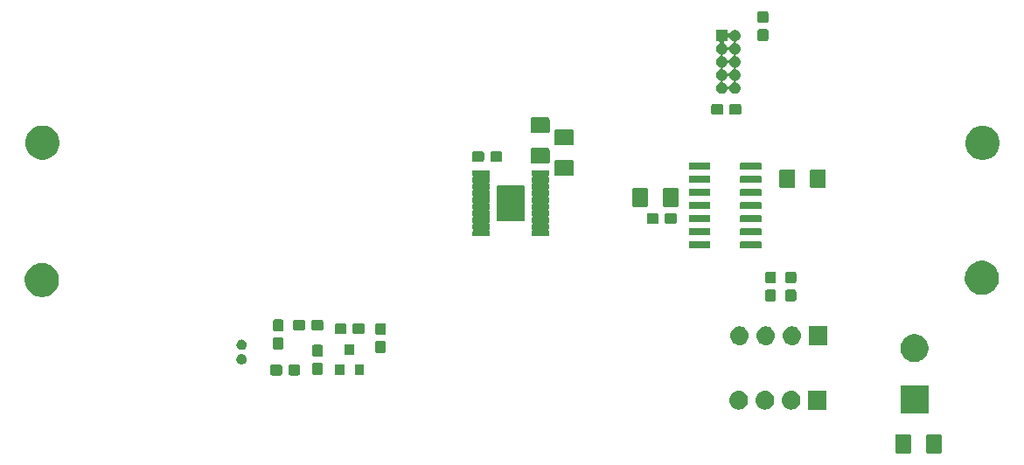
<source format=gts>
G04 #@! TF.GenerationSoftware,KiCad,Pcbnew,(5.1.2-1)-1*
G04 #@! TF.CreationDate,2019-08-17T07:29:06+01:00*
G04 #@! TF.ProjectId,led_controller,6c65645f-636f-46e7-9472-6f6c6c65722e,rev?*
G04 #@! TF.SameCoordinates,Original*
G04 #@! TF.FileFunction,Soldermask,Top*
G04 #@! TF.FilePolarity,Negative*
%FSLAX46Y46*%
G04 Gerber Fmt 4.6, Leading zero omitted, Abs format (unit mm)*
G04 Created by KiCad (PCBNEW (5.1.2-1)-1) date 2019-08-17 07:29:06*
%MOMM*%
%LPD*%
G04 APERTURE LIST*
%ADD10C,0.100000*%
G04 APERTURE END LIST*
D10*
G36*
X189463062Y-109153181D02*
G01*
X189497981Y-109163774D01*
X189530163Y-109180976D01*
X189558373Y-109204127D01*
X189581524Y-109232337D01*
X189598726Y-109264519D01*
X189609319Y-109299438D01*
X189613500Y-109341895D01*
X189613500Y-110808105D01*
X189609319Y-110850562D01*
X189598726Y-110885481D01*
X189581524Y-110917663D01*
X189558373Y-110945873D01*
X189530163Y-110969024D01*
X189497981Y-110986226D01*
X189463062Y-110996819D01*
X189420605Y-111001000D01*
X188279395Y-111001000D01*
X188236938Y-110996819D01*
X188202019Y-110986226D01*
X188169837Y-110969024D01*
X188141627Y-110945873D01*
X188118476Y-110917663D01*
X188101274Y-110885481D01*
X188090681Y-110850562D01*
X188086500Y-110808105D01*
X188086500Y-109341895D01*
X188090681Y-109299438D01*
X188101274Y-109264519D01*
X188118476Y-109232337D01*
X188141627Y-109204127D01*
X188169837Y-109180976D01*
X188202019Y-109163774D01*
X188236938Y-109153181D01*
X188279395Y-109149000D01*
X189420605Y-109149000D01*
X189463062Y-109153181D01*
X189463062Y-109153181D01*
G37*
G36*
X186488062Y-109153181D02*
G01*
X186522981Y-109163774D01*
X186555163Y-109180976D01*
X186583373Y-109204127D01*
X186606524Y-109232337D01*
X186623726Y-109264519D01*
X186634319Y-109299438D01*
X186638500Y-109341895D01*
X186638500Y-110808105D01*
X186634319Y-110850562D01*
X186623726Y-110885481D01*
X186606524Y-110917663D01*
X186583373Y-110945873D01*
X186555163Y-110969024D01*
X186522981Y-110986226D01*
X186488062Y-110996819D01*
X186445605Y-111001000D01*
X185304395Y-111001000D01*
X185261938Y-110996819D01*
X185227019Y-110986226D01*
X185194837Y-110969024D01*
X185166627Y-110945873D01*
X185143476Y-110917663D01*
X185126274Y-110885481D01*
X185115681Y-110850562D01*
X185111500Y-110808105D01*
X185111500Y-109341895D01*
X185115681Y-109299438D01*
X185126274Y-109264519D01*
X185143476Y-109232337D01*
X185166627Y-109204127D01*
X185194837Y-109180976D01*
X185227019Y-109163774D01*
X185261938Y-109153181D01*
X185304395Y-109149000D01*
X186445605Y-109149000D01*
X186488062Y-109153181D01*
X186488062Y-109153181D01*
G37*
G36*
X188326000Y-107151000D02*
G01*
X185624000Y-107151000D01*
X185624000Y-104449000D01*
X188326000Y-104449000D01*
X188326000Y-107151000D01*
X188326000Y-107151000D01*
G37*
G36*
X170065442Y-104955518D02*
G01*
X170131627Y-104962037D01*
X170301466Y-105013557D01*
X170457991Y-105097222D01*
X170493729Y-105126552D01*
X170595186Y-105209814D01*
X170678448Y-105311271D01*
X170707778Y-105347009D01*
X170791443Y-105503534D01*
X170842963Y-105673373D01*
X170860359Y-105850000D01*
X170842963Y-106026627D01*
X170791443Y-106196466D01*
X170707778Y-106352991D01*
X170678448Y-106388729D01*
X170595186Y-106490186D01*
X170493729Y-106573448D01*
X170457991Y-106602778D01*
X170301466Y-106686443D01*
X170131627Y-106737963D01*
X170065443Y-106744481D01*
X169999260Y-106751000D01*
X169910740Y-106751000D01*
X169844557Y-106744481D01*
X169778373Y-106737963D01*
X169608534Y-106686443D01*
X169452009Y-106602778D01*
X169416271Y-106573448D01*
X169314814Y-106490186D01*
X169231552Y-106388729D01*
X169202222Y-106352991D01*
X169118557Y-106196466D01*
X169067037Y-106026627D01*
X169049641Y-105850000D01*
X169067037Y-105673373D01*
X169118557Y-105503534D01*
X169202222Y-105347009D01*
X169231552Y-105311271D01*
X169314814Y-105209814D01*
X169416271Y-105126552D01*
X169452009Y-105097222D01*
X169608534Y-105013557D01*
X169778373Y-104962037D01*
X169844558Y-104955518D01*
X169910740Y-104949000D01*
X169999260Y-104949000D01*
X170065442Y-104955518D01*
X170065442Y-104955518D01*
G37*
G36*
X172605442Y-104955518D02*
G01*
X172671627Y-104962037D01*
X172841466Y-105013557D01*
X172997991Y-105097222D01*
X173033729Y-105126552D01*
X173135186Y-105209814D01*
X173218448Y-105311271D01*
X173247778Y-105347009D01*
X173331443Y-105503534D01*
X173382963Y-105673373D01*
X173400359Y-105850000D01*
X173382963Y-106026627D01*
X173331443Y-106196466D01*
X173247778Y-106352991D01*
X173218448Y-106388729D01*
X173135186Y-106490186D01*
X173033729Y-106573448D01*
X172997991Y-106602778D01*
X172841466Y-106686443D01*
X172671627Y-106737963D01*
X172605443Y-106744481D01*
X172539260Y-106751000D01*
X172450740Y-106751000D01*
X172384557Y-106744481D01*
X172318373Y-106737963D01*
X172148534Y-106686443D01*
X171992009Y-106602778D01*
X171956271Y-106573448D01*
X171854814Y-106490186D01*
X171771552Y-106388729D01*
X171742222Y-106352991D01*
X171658557Y-106196466D01*
X171607037Y-106026627D01*
X171589641Y-105850000D01*
X171607037Y-105673373D01*
X171658557Y-105503534D01*
X171742222Y-105347009D01*
X171771552Y-105311271D01*
X171854814Y-105209814D01*
X171956271Y-105126552D01*
X171992009Y-105097222D01*
X172148534Y-105013557D01*
X172318373Y-104962037D01*
X172384558Y-104955518D01*
X172450740Y-104949000D01*
X172539260Y-104949000D01*
X172605442Y-104955518D01*
X172605442Y-104955518D01*
G37*
G36*
X175145442Y-104955518D02*
G01*
X175211627Y-104962037D01*
X175381466Y-105013557D01*
X175537991Y-105097222D01*
X175573729Y-105126552D01*
X175675186Y-105209814D01*
X175758448Y-105311271D01*
X175787778Y-105347009D01*
X175871443Y-105503534D01*
X175922963Y-105673373D01*
X175940359Y-105850000D01*
X175922963Y-106026627D01*
X175871443Y-106196466D01*
X175787778Y-106352991D01*
X175758448Y-106388729D01*
X175675186Y-106490186D01*
X175573729Y-106573448D01*
X175537991Y-106602778D01*
X175381466Y-106686443D01*
X175211627Y-106737963D01*
X175145443Y-106744481D01*
X175079260Y-106751000D01*
X174990740Y-106751000D01*
X174924557Y-106744481D01*
X174858373Y-106737963D01*
X174688534Y-106686443D01*
X174532009Y-106602778D01*
X174496271Y-106573448D01*
X174394814Y-106490186D01*
X174311552Y-106388729D01*
X174282222Y-106352991D01*
X174198557Y-106196466D01*
X174147037Y-106026627D01*
X174129641Y-105850000D01*
X174147037Y-105673373D01*
X174198557Y-105503534D01*
X174282222Y-105347009D01*
X174311552Y-105311271D01*
X174394814Y-105209814D01*
X174496271Y-105126552D01*
X174532009Y-105097222D01*
X174688534Y-105013557D01*
X174858373Y-104962037D01*
X174924558Y-104955518D01*
X174990740Y-104949000D01*
X175079260Y-104949000D01*
X175145442Y-104955518D01*
X175145442Y-104955518D01*
G37*
G36*
X178476000Y-106751000D02*
G01*
X176674000Y-106751000D01*
X176674000Y-104949000D01*
X178476000Y-104949000D01*
X178476000Y-106751000D01*
X178476000Y-106751000D01*
G37*
G36*
X127339499Y-102403445D02*
G01*
X127376995Y-102414820D01*
X127411554Y-102433292D01*
X127441847Y-102458153D01*
X127466708Y-102488446D01*
X127485180Y-102523005D01*
X127496555Y-102560501D01*
X127501000Y-102605638D01*
X127501000Y-103244362D01*
X127496555Y-103289499D01*
X127485180Y-103326995D01*
X127466708Y-103361554D01*
X127441847Y-103391847D01*
X127411554Y-103416708D01*
X127376995Y-103435180D01*
X127339499Y-103446555D01*
X127294362Y-103451000D01*
X126555638Y-103451000D01*
X126510501Y-103446555D01*
X126473005Y-103435180D01*
X126438446Y-103416708D01*
X126408153Y-103391847D01*
X126383292Y-103361554D01*
X126364820Y-103326995D01*
X126353445Y-103289499D01*
X126349000Y-103244362D01*
X126349000Y-102605638D01*
X126353445Y-102560501D01*
X126364820Y-102523005D01*
X126383292Y-102488446D01*
X126408153Y-102458153D01*
X126438446Y-102433292D01*
X126473005Y-102414820D01*
X126510501Y-102403445D01*
X126555638Y-102399000D01*
X127294362Y-102399000D01*
X127339499Y-102403445D01*
X127339499Y-102403445D01*
G37*
G36*
X125589499Y-102403445D02*
G01*
X125626995Y-102414820D01*
X125661554Y-102433292D01*
X125691847Y-102458153D01*
X125716708Y-102488446D01*
X125735180Y-102523005D01*
X125746555Y-102560501D01*
X125751000Y-102605638D01*
X125751000Y-103244362D01*
X125746555Y-103289499D01*
X125735180Y-103326995D01*
X125716708Y-103361554D01*
X125691847Y-103391847D01*
X125661554Y-103416708D01*
X125626995Y-103435180D01*
X125589499Y-103446555D01*
X125544362Y-103451000D01*
X124805638Y-103451000D01*
X124760501Y-103446555D01*
X124723005Y-103435180D01*
X124688446Y-103416708D01*
X124658153Y-103391847D01*
X124633292Y-103361554D01*
X124614820Y-103326995D01*
X124603445Y-103289499D01*
X124599000Y-103244362D01*
X124599000Y-102605638D01*
X124603445Y-102560501D01*
X124614820Y-102523005D01*
X124633292Y-102488446D01*
X124658153Y-102458153D01*
X124688446Y-102433292D01*
X124723005Y-102414820D01*
X124760501Y-102403445D01*
X124805638Y-102399000D01*
X125544362Y-102399000D01*
X125589499Y-102403445D01*
X125589499Y-102403445D01*
G37*
G36*
X133676000Y-103426000D02*
G01*
X132774000Y-103426000D01*
X132774000Y-102424000D01*
X133676000Y-102424000D01*
X133676000Y-103426000D01*
X133676000Y-103426000D01*
G37*
G36*
X131776000Y-103426000D02*
G01*
X130874000Y-103426000D01*
X130874000Y-102424000D01*
X131776000Y-102424000D01*
X131776000Y-103426000D01*
X131776000Y-103426000D01*
G37*
G36*
X129539499Y-102228445D02*
G01*
X129576995Y-102239820D01*
X129611554Y-102258292D01*
X129641847Y-102283153D01*
X129666708Y-102313446D01*
X129685180Y-102348005D01*
X129696555Y-102385501D01*
X129701000Y-102430638D01*
X129701000Y-103169362D01*
X129696555Y-103214499D01*
X129685180Y-103251995D01*
X129666708Y-103286554D01*
X129641847Y-103316847D01*
X129611554Y-103341708D01*
X129576995Y-103360180D01*
X129539499Y-103371555D01*
X129494362Y-103376000D01*
X128855638Y-103376000D01*
X128810501Y-103371555D01*
X128773005Y-103360180D01*
X128738446Y-103341708D01*
X128708153Y-103316847D01*
X128683292Y-103286554D01*
X128664820Y-103251995D01*
X128653445Y-103214499D01*
X128649000Y-103169362D01*
X128649000Y-102430638D01*
X128653445Y-102385501D01*
X128664820Y-102348005D01*
X128683292Y-102313446D01*
X128708153Y-102283153D01*
X128738446Y-102258292D01*
X128773005Y-102239820D01*
X128810501Y-102228445D01*
X128855638Y-102224000D01*
X129494362Y-102224000D01*
X129539499Y-102228445D01*
X129539499Y-102228445D01*
G37*
G36*
X121922740Y-101383626D02*
G01*
X121971136Y-101393253D01*
X122008902Y-101408896D01*
X122062311Y-101431019D01*
X122103062Y-101458248D01*
X122144369Y-101485848D01*
X122214152Y-101555631D01*
X122214153Y-101555633D01*
X122268981Y-101637689D01*
X122306747Y-101728865D01*
X122326000Y-101825655D01*
X122326000Y-101924345D01*
X122306747Y-102021135D01*
X122268981Y-102112311D01*
X122268980Y-102112312D01*
X122214152Y-102194369D01*
X122144369Y-102264152D01*
X122103062Y-102291752D01*
X122062311Y-102318981D01*
X122009430Y-102340885D01*
X121971136Y-102356747D01*
X121922740Y-102366373D01*
X121874345Y-102376000D01*
X121775655Y-102376000D01*
X121727260Y-102366373D01*
X121678864Y-102356747D01*
X121640570Y-102340885D01*
X121587689Y-102318981D01*
X121546938Y-102291752D01*
X121505631Y-102264152D01*
X121435848Y-102194369D01*
X121381020Y-102112312D01*
X121381019Y-102112311D01*
X121343253Y-102021135D01*
X121324000Y-101924345D01*
X121324000Y-101825655D01*
X121343253Y-101728865D01*
X121381019Y-101637689D01*
X121435847Y-101555633D01*
X121435848Y-101555631D01*
X121505631Y-101485848D01*
X121546938Y-101458248D01*
X121587689Y-101431019D01*
X121641098Y-101408896D01*
X121678864Y-101393253D01*
X121727260Y-101383627D01*
X121775655Y-101374000D01*
X121874345Y-101374000D01*
X121922740Y-101383626D01*
X121922740Y-101383626D01*
G37*
G36*
X187369072Y-99500918D02*
G01*
X187608279Y-99600000D01*
X187614939Y-99602759D01*
X187726328Y-99677187D01*
X187836211Y-99750609D01*
X188024391Y-99938789D01*
X188055730Y-99985691D01*
X188161523Y-100144020D01*
X188172242Y-100160063D01*
X188274082Y-100405928D01*
X188326000Y-100666937D01*
X188326000Y-100933063D01*
X188274082Y-101194072D01*
X188172242Y-101439937D01*
X188040109Y-101637688D01*
X188024390Y-101661212D01*
X187836212Y-101849390D01*
X187614939Y-101997241D01*
X187614938Y-101997242D01*
X187614937Y-101997242D01*
X187369072Y-102099082D01*
X187108063Y-102151000D01*
X186841937Y-102151000D01*
X186580928Y-102099082D01*
X186335063Y-101997242D01*
X186335062Y-101997242D01*
X186335061Y-101997241D01*
X186113788Y-101849390D01*
X185925610Y-101661212D01*
X185909892Y-101637688D01*
X185777758Y-101439937D01*
X185675918Y-101194072D01*
X185624000Y-100933063D01*
X185624000Y-100666937D01*
X185675918Y-100405928D01*
X185777758Y-100160063D01*
X185788478Y-100144020D01*
X185894270Y-99985691D01*
X185925609Y-99938789D01*
X186113789Y-99750609D01*
X186223672Y-99677187D01*
X186335061Y-99602759D01*
X186341722Y-99600000D01*
X186580928Y-99500918D01*
X186841937Y-99449000D01*
X187108063Y-99449000D01*
X187369072Y-99500918D01*
X187369072Y-99500918D01*
G37*
G36*
X129539499Y-100478445D02*
G01*
X129576995Y-100489820D01*
X129611554Y-100508292D01*
X129641847Y-100533153D01*
X129666708Y-100563446D01*
X129685180Y-100598005D01*
X129696555Y-100635501D01*
X129701000Y-100680638D01*
X129701000Y-101419362D01*
X129696555Y-101464499D01*
X129685180Y-101501995D01*
X129666708Y-101536554D01*
X129641847Y-101566847D01*
X129611554Y-101591708D01*
X129576995Y-101610180D01*
X129539499Y-101621555D01*
X129494362Y-101626000D01*
X128855638Y-101626000D01*
X128810501Y-101621555D01*
X128773005Y-101610180D01*
X128738446Y-101591708D01*
X128708153Y-101566847D01*
X128683292Y-101536554D01*
X128664820Y-101501995D01*
X128653445Y-101464499D01*
X128649000Y-101419362D01*
X128649000Y-100680638D01*
X128653445Y-100635501D01*
X128664820Y-100598005D01*
X128683292Y-100563446D01*
X128708153Y-100533153D01*
X128738446Y-100508292D01*
X128773005Y-100489820D01*
X128810501Y-100478445D01*
X128855638Y-100474000D01*
X129494362Y-100474000D01*
X129539499Y-100478445D01*
X129539499Y-100478445D01*
G37*
G36*
X132726000Y-101426000D02*
G01*
X131824000Y-101426000D01*
X131824000Y-100424000D01*
X132726000Y-100424000D01*
X132726000Y-101426000D01*
X132726000Y-101426000D01*
G37*
G36*
X135639499Y-100128445D02*
G01*
X135676995Y-100139820D01*
X135711554Y-100158292D01*
X135741847Y-100183153D01*
X135766708Y-100213446D01*
X135785180Y-100248005D01*
X135796555Y-100285501D01*
X135801000Y-100330638D01*
X135801000Y-101069362D01*
X135796555Y-101114499D01*
X135785180Y-101151995D01*
X135766708Y-101186554D01*
X135741847Y-101216847D01*
X135711554Y-101241708D01*
X135676995Y-101260180D01*
X135639499Y-101271555D01*
X135594362Y-101276000D01*
X134955638Y-101276000D01*
X134910501Y-101271555D01*
X134873005Y-101260180D01*
X134838446Y-101241708D01*
X134808153Y-101216847D01*
X134783292Y-101186554D01*
X134764820Y-101151995D01*
X134753445Y-101114499D01*
X134749000Y-101069362D01*
X134749000Y-100330638D01*
X134753445Y-100285501D01*
X134764820Y-100248005D01*
X134783292Y-100213446D01*
X134808153Y-100183153D01*
X134838446Y-100158292D01*
X134873005Y-100139820D01*
X134910501Y-100128445D01*
X134955638Y-100124000D01*
X135594362Y-100124000D01*
X135639499Y-100128445D01*
X135639499Y-100128445D01*
G37*
G36*
X121907716Y-99980638D02*
G01*
X121971136Y-99993253D01*
X122008902Y-100008896D01*
X122062311Y-100031019D01*
X122062312Y-100031020D01*
X122144369Y-100085848D01*
X122214152Y-100155631D01*
X122214153Y-100155633D01*
X122268981Y-100237689D01*
X122291104Y-100291098D01*
X122306747Y-100328864D01*
X122326000Y-100425656D01*
X122326000Y-100524344D01*
X122306747Y-100621136D01*
X122300443Y-100636354D01*
X122268981Y-100712311D01*
X122252484Y-100737000D01*
X122214152Y-100794369D01*
X122144369Y-100864152D01*
X122103128Y-100891708D01*
X122062311Y-100918981D01*
X122008902Y-100941104D01*
X121971136Y-100956747D01*
X121922740Y-100966374D01*
X121874345Y-100976000D01*
X121775655Y-100976000D01*
X121727260Y-100966374D01*
X121678864Y-100956747D01*
X121641098Y-100941104D01*
X121587689Y-100918981D01*
X121546872Y-100891708D01*
X121505631Y-100864152D01*
X121435848Y-100794369D01*
X121397516Y-100737000D01*
X121381019Y-100712311D01*
X121349557Y-100636354D01*
X121343253Y-100621136D01*
X121324000Y-100524344D01*
X121324000Y-100425656D01*
X121343253Y-100328864D01*
X121358896Y-100291098D01*
X121381019Y-100237689D01*
X121435847Y-100155633D01*
X121435848Y-100155631D01*
X121505631Y-100085848D01*
X121587688Y-100031020D01*
X121587689Y-100031019D01*
X121641098Y-100008896D01*
X121678864Y-99993253D01*
X121742284Y-99980638D01*
X121775655Y-99974000D01*
X121874345Y-99974000D01*
X121907716Y-99980638D01*
X121907716Y-99980638D01*
G37*
G36*
X125739499Y-99778445D02*
G01*
X125776995Y-99789820D01*
X125811554Y-99808292D01*
X125841847Y-99833153D01*
X125866708Y-99863446D01*
X125885180Y-99898005D01*
X125896555Y-99935501D01*
X125901000Y-99980638D01*
X125901000Y-100719362D01*
X125896555Y-100764499D01*
X125885180Y-100801995D01*
X125866708Y-100836554D01*
X125841847Y-100866847D01*
X125811554Y-100891708D01*
X125776995Y-100910180D01*
X125739499Y-100921555D01*
X125694362Y-100926000D01*
X125055638Y-100926000D01*
X125010501Y-100921555D01*
X124973005Y-100910180D01*
X124938446Y-100891708D01*
X124908153Y-100866847D01*
X124883292Y-100836554D01*
X124864820Y-100801995D01*
X124853445Y-100764499D01*
X124849000Y-100719362D01*
X124849000Y-99980638D01*
X124853445Y-99935501D01*
X124864820Y-99898005D01*
X124883292Y-99863446D01*
X124908153Y-99833153D01*
X124938446Y-99808292D01*
X124973005Y-99789820D01*
X125010501Y-99778445D01*
X125055638Y-99774000D01*
X125694362Y-99774000D01*
X125739499Y-99778445D01*
X125739499Y-99778445D01*
G37*
G36*
X178551000Y-100501000D02*
G01*
X176749000Y-100501000D01*
X176749000Y-98699000D01*
X178551000Y-98699000D01*
X178551000Y-100501000D01*
X178551000Y-100501000D01*
G37*
G36*
X175220443Y-98705519D02*
G01*
X175286627Y-98712037D01*
X175456466Y-98763557D01*
X175612991Y-98847222D01*
X175648729Y-98876552D01*
X175750186Y-98959814D01*
X175825836Y-99051995D01*
X175862778Y-99097009D01*
X175946443Y-99253534D01*
X175997963Y-99423373D01*
X176015359Y-99600000D01*
X175997963Y-99776627D01*
X175946443Y-99946466D01*
X175862778Y-100102991D01*
X175845536Y-100124000D01*
X175750186Y-100240186D01*
X175648729Y-100323448D01*
X175612991Y-100352778D01*
X175456466Y-100436443D01*
X175286627Y-100487963D01*
X175225128Y-100494020D01*
X175154260Y-100501000D01*
X175065740Y-100501000D01*
X174994872Y-100494020D01*
X174933373Y-100487963D01*
X174763534Y-100436443D01*
X174607009Y-100352778D01*
X174571271Y-100323448D01*
X174469814Y-100240186D01*
X174374464Y-100124000D01*
X174357222Y-100102991D01*
X174273557Y-99946466D01*
X174222037Y-99776627D01*
X174204641Y-99600000D01*
X174222037Y-99423373D01*
X174273557Y-99253534D01*
X174357222Y-99097009D01*
X174394164Y-99051995D01*
X174469814Y-98959814D01*
X174571271Y-98876552D01*
X174607009Y-98847222D01*
X174763534Y-98763557D01*
X174933373Y-98712037D01*
X174999558Y-98705518D01*
X175065740Y-98699000D01*
X175154260Y-98699000D01*
X175220443Y-98705519D01*
X175220443Y-98705519D01*
G37*
G36*
X172680443Y-98705519D02*
G01*
X172746627Y-98712037D01*
X172916466Y-98763557D01*
X173072991Y-98847222D01*
X173108729Y-98876552D01*
X173210186Y-98959814D01*
X173285836Y-99051995D01*
X173322778Y-99097009D01*
X173406443Y-99253534D01*
X173457963Y-99423373D01*
X173475359Y-99600000D01*
X173457963Y-99776627D01*
X173406443Y-99946466D01*
X173322778Y-100102991D01*
X173305536Y-100124000D01*
X173210186Y-100240186D01*
X173108729Y-100323448D01*
X173072991Y-100352778D01*
X172916466Y-100436443D01*
X172746627Y-100487963D01*
X172685128Y-100494020D01*
X172614260Y-100501000D01*
X172525740Y-100501000D01*
X172454872Y-100494020D01*
X172393373Y-100487963D01*
X172223534Y-100436443D01*
X172067009Y-100352778D01*
X172031271Y-100323448D01*
X171929814Y-100240186D01*
X171834464Y-100124000D01*
X171817222Y-100102991D01*
X171733557Y-99946466D01*
X171682037Y-99776627D01*
X171664641Y-99600000D01*
X171682037Y-99423373D01*
X171733557Y-99253534D01*
X171817222Y-99097009D01*
X171854164Y-99051995D01*
X171929814Y-98959814D01*
X172031271Y-98876552D01*
X172067009Y-98847222D01*
X172223534Y-98763557D01*
X172393373Y-98712037D01*
X172459558Y-98705518D01*
X172525740Y-98699000D01*
X172614260Y-98699000D01*
X172680443Y-98705519D01*
X172680443Y-98705519D01*
G37*
G36*
X170140443Y-98705519D02*
G01*
X170206627Y-98712037D01*
X170376466Y-98763557D01*
X170532991Y-98847222D01*
X170568729Y-98876552D01*
X170670186Y-98959814D01*
X170745836Y-99051995D01*
X170782778Y-99097009D01*
X170866443Y-99253534D01*
X170917963Y-99423373D01*
X170935359Y-99600000D01*
X170917963Y-99776627D01*
X170866443Y-99946466D01*
X170782778Y-100102991D01*
X170765536Y-100124000D01*
X170670186Y-100240186D01*
X170568729Y-100323448D01*
X170532991Y-100352778D01*
X170376466Y-100436443D01*
X170206627Y-100487963D01*
X170145128Y-100494020D01*
X170074260Y-100501000D01*
X169985740Y-100501000D01*
X169914872Y-100494020D01*
X169853373Y-100487963D01*
X169683534Y-100436443D01*
X169527009Y-100352778D01*
X169491271Y-100323448D01*
X169389814Y-100240186D01*
X169294464Y-100124000D01*
X169277222Y-100102991D01*
X169193557Y-99946466D01*
X169142037Y-99776627D01*
X169124641Y-99600000D01*
X169142037Y-99423373D01*
X169193557Y-99253534D01*
X169277222Y-99097009D01*
X169314164Y-99051995D01*
X169389814Y-98959814D01*
X169491271Y-98876552D01*
X169527009Y-98847222D01*
X169683534Y-98763557D01*
X169853373Y-98712037D01*
X169919558Y-98705518D01*
X169985740Y-98699000D01*
X170074260Y-98699000D01*
X170140443Y-98705519D01*
X170140443Y-98705519D01*
G37*
G36*
X135639499Y-98378445D02*
G01*
X135676995Y-98389820D01*
X135711554Y-98408292D01*
X135741847Y-98433153D01*
X135766708Y-98463446D01*
X135785180Y-98498005D01*
X135796555Y-98535501D01*
X135801000Y-98580638D01*
X135801000Y-99319362D01*
X135796555Y-99364499D01*
X135785180Y-99401995D01*
X135766708Y-99436554D01*
X135741847Y-99466847D01*
X135711554Y-99491708D01*
X135676995Y-99510180D01*
X135639499Y-99521555D01*
X135594362Y-99526000D01*
X134955638Y-99526000D01*
X134910501Y-99521555D01*
X134873005Y-99510180D01*
X134838446Y-99491708D01*
X134808153Y-99466847D01*
X134783292Y-99436554D01*
X134764820Y-99401995D01*
X134753445Y-99364499D01*
X134749000Y-99319362D01*
X134749000Y-98580638D01*
X134753445Y-98535501D01*
X134764820Y-98498005D01*
X134783292Y-98463446D01*
X134808153Y-98433153D01*
X134838446Y-98408292D01*
X134873005Y-98389820D01*
X134910501Y-98378445D01*
X134955638Y-98374000D01*
X135594362Y-98374000D01*
X135639499Y-98378445D01*
X135639499Y-98378445D01*
G37*
G36*
X131814499Y-98403445D02*
G01*
X131851995Y-98414820D01*
X131886554Y-98433292D01*
X131916847Y-98458153D01*
X131941708Y-98488446D01*
X131960180Y-98523005D01*
X131971555Y-98560501D01*
X131976000Y-98605638D01*
X131976000Y-99244362D01*
X131971555Y-99289499D01*
X131960180Y-99326995D01*
X131941708Y-99361554D01*
X131916847Y-99391847D01*
X131886554Y-99416708D01*
X131851995Y-99435180D01*
X131814499Y-99446555D01*
X131769362Y-99451000D01*
X131030638Y-99451000D01*
X130985501Y-99446555D01*
X130948005Y-99435180D01*
X130913446Y-99416708D01*
X130883153Y-99391847D01*
X130858292Y-99361554D01*
X130839820Y-99326995D01*
X130828445Y-99289499D01*
X130824000Y-99244362D01*
X130824000Y-98605638D01*
X130828445Y-98560501D01*
X130839820Y-98523005D01*
X130858292Y-98488446D01*
X130883153Y-98458153D01*
X130913446Y-98433292D01*
X130948005Y-98414820D01*
X130985501Y-98403445D01*
X131030638Y-98399000D01*
X131769362Y-98399000D01*
X131814499Y-98403445D01*
X131814499Y-98403445D01*
G37*
G36*
X133564499Y-98403445D02*
G01*
X133601995Y-98414820D01*
X133636554Y-98433292D01*
X133666847Y-98458153D01*
X133691708Y-98488446D01*
X133710180Y-98523005D01*
X133721555Y-98560501D01*
X133726000Y-98605638D01*
X133726000Y-99244362D01*
X133721555Y-99289499D01*
X133710180Y-99326995D01*
X133691708Y-99361554D01*
X133666847Y-99391847D01*
X133636554Y-99416708D01*
X133601995Y-99435180D01*
X133564499Y-99446555D01*
X133519362Y-99451000D01*
X132780638Y-99451000D01*
X132735501Y-99446555D01*
X132698005Y-99435180D01*
X132663446Y-99416708D01*
X132633153Y-99391847D01*
X132608292Y-99361554D01*
X132589820Y-99326995D01*
X132578445Y-99289499D01*
X132574000Y-99244362D01*
X132574000Y-98605638D01*
X132578445Y-98560501D01*
X132589820Y-98523005D01*
X132608292Y-98488446D01*
X132633153Y-98458153D01*
X132663446Y-98433292D01*
X132698005Y-98414820D01*
X132735501Y-98403445D01*
X132780638Y-98399000D01*
X133519362Y-98399000D01*
X133564499Y-98403445D01*
X133564499Y-98403445D01*
G37*
G36*
X125739499Y-98028445D02*
G01*
X125776995Y-98039820D01*
X125811554Y-98058292D01*
X125841847Y-98083153D01*
X125866708Y-98113446D01*
X125885180Y-98148005D01*
X125896555Y-98185501D01*
X125901000Y-98230638D01*
X125901000Y-98969362D01*
X125896555Y-99014499D01*
X125885180Y-99051995D01*
X125866708Y-99086554D01*
X125841847Y-99116847D01*
X125811554Y-99141708D01*
X125776995Y-99160180D01*
X125739499Y-99171555D01*
X125694362Y-99176000D01*
X125055638Y-99176000D01*
X125010501Y-99171555D01*
X124973005Y-99160180D01*
X124938446Y-99141708D01*
X124908153Y-99116847D01*
X124883292Y-99086554D01*
X124864820Y-99051995D01*
X124853445Y-99014499D01*
X124849000Y-98969362D01*
X124849000Y-98230638D01*
X124853445Y-98185501D01*
X124864820Y-98148005D01*
X124883292Y-98113446D01*
X124908153Y-98083153D01*
X124938446Y-98058292D01*
X124973005Y-98039820D01*
X125010501Y-98028445D01*
X125055638Y-98024000D01*
X125694362Y-98024000D01*
X125739499Y-98028445D01*
X125739499Y-98028445D01*
G37*
G36*
X127814499Y-98053445D02*
G01*
X127851995Y-98064820D01*
X127886554Y-98083292D01*
X127916847Y-98108153D01*
X127941708Y-98138446D01*
X127960180Y-98173005D01*
X127971555Y-98210501D01*
X127976000Y-98255638D01*
X127976000Y-98894362D01*
X127971555Y-98939499D01*
X127960180Y-98976995D01*
X127941708Y-99011554D01*
X127916847Y-99041847D01*
X127886554Y-99066708D01*
X127851995Y-99085180D01*
X127814499Y-99096555D01*
X127769362Y-99101000D01*
X127030638Y-99101000D01*
X126985501Y-99096555D01*
X126948005Y-99085180D01*
X126913446Y-99066708D01*
X126883153Y-99041847D01*
X126858292Y-99011554D01*
X126839820Y-98976995D01*
X126828445Y-98939499D01*
X126824000Y-98894362D01*
X126824000Y-98255638D01*
X126828445Y-98210501D01*
X126839820Y-98173005D01*
X126858292Y-98138446D01*
X126883153Y-98108153D01*
X126913446Y-98083292D01*
X126948005Y-98064820D01*
X126985501Y-98053445D01*
X127030638Y-98049000D01*
X127769362Y-98049000D01*
X127814499Y-98053445D01*
X127814499Y-98053445D01*
G37*
G36*
X129564499Y-98053445D02*
G01*
X129601995Y-98064820D01*
X129636554Y-98083292D01*
X129666847Y-98108153D01*
X129691708Y-98138446D01*
X129710180Y-98173005D01*
X129721555Y-98210501D01*
X129726000Y-98255638D01*
X129726000Y-98894362D01*
X129721555Y-98939499D01*
X129710180Y-98976995D01*
X129691708Y-99011554D01*
X129666847Y-99041847D01*
X129636554Y-99066708D01*
X129601995Y-99085180D01*
X129564499Y-99096555D01*
X129519362Y-99101000D01*
X128780638Y-99101000D01*
X128735501Y-99096555D01*
X128698005Y-99085180D01*
X128663446Y-99066708D01*
X128633153Y-99041847D01*
X128608292Y-99011554D01*
X128589820Y-98976995D01*
X128578445Y-98939499D01*
X128574000Y-98894362D01*
X128574000Y-98255638D01*
X128578445Y-98210501D01*
X128589820Y-98173005D01*
X128608292Y-98138446D01*
X128633153Y-98108153D01*
X128663446Y-98083292D01*
X128698005Y-98064820D01*
X128735501Y-98053445D01*
X128780638Y-98049000D01*
X129519362Y-98049000D01*
X129564499Y-98053445D01*
X129564499Y-98053445D01*
G37*
G36*
X173414499Y-95128445D02*
G01*
X173451995Y-95139820D01*
X173486554Y-95158292D01*
X173516847Y-95183153D01*
X173541708Y-95213446D01*
X173560180Y-95248005D01*
X173571555Y-95285501D01*
X173576000Y-95330638D01*
X173576000Y-96069362D01*
X173571555Y-96114499D01*
X173560180Y-96151995D01*
X173541708Y-96186554D01*
X173516847Y-96216847D01*
X173486554Y-96241708D01*
X173451995Y-96260180D01*
X173414499Y-96271555D01*
X173369362Y-96276000D01*
X172730638Y-96276000D01*
X172685501Y-96271555D01*
X172648005Y-96260180D01*
X172613446Y-96241708D01*
X172583153Y-96216847D01*
X172558292Y-96186554D01*
X172539820Y-96151995D01*
X172528445Y-96114499D01*
X172524000Y-96069362D01*
X172524000Y-95330638D01*
X172528445Y-95285501D01*
X172539820Y-95248005D01*
X172558292Y-95213446D01*
X172583153Y-95183153D01*
X172613446Y-95158292D01*
X172648005Y-95139820D01*
X172685501Y-95128445D01*
X172730638Y-95124000D01*
X173369362Y-95124000D01*
X173414499Y-95128445D01*
X173414499Y-95128445D01*
G37*
G36*
X175364499Y-95128445D02*
G01*
X175401995Y-95139820D01*
X175436554Y-95158292D01*
X175466847Y-95183153D01*
X175491708Y-95213446D01*
X175510180Y-95248005D01*
X175521555Y-95285501D01*
X175526000Y-95330638D01*
X175526000Y-96069362D01*
X175521555Y-96114499D01*
X175510180Y-96151995D01*
X175491708Y-96186554D01*
X175466847Y-96216847D01*
X175436554Y-96241708D01*
X175401995Y-96260180D01*
X175364499Y-96271555D01*
X175319362Y-96276000D01*
X174680638Y-96276000D01*
X174635501Y-96271555D01*
X174598005Y-96260180D01*
X174563446Y-96241708D01*
X174533153Y-96216847D01*
X174508292Y-96186554D01*
X174489820Y-96151995D01*
X174478445Y-96114499D01*
X174474000Y-96069362D01*
X174474000Y-95330638D01*
X174478445Y-95285501D01*
X174489820Y-95248005D01*
X174508292Y-95213446D01*
X174533153Y-95183153D01*
X174563446Y-95158292D01*
X174598005Y-95139820D01*
X174635501Y-95128445D01*
X174680638Y-95124000D01*
X175319362Y-95124000D01*
X175364499Y-95128445D01*
X175364499Y-95128445D01*
G37*
G36*
X102875256Y-92591298D02*
G01*
X102981579Y-92612447D01*
X103282042Y-92736903D01*
X103552451Y-92917585D01*
X103782415Y-93147549D01*
X103947102Y-93394020D01*
X103963098Y-93417960D01*
X104087553Y-93718422D01*
X104151000Y-94037389D01*
X104151000Y-94362611D01*
X104127316Y-94481677D01*
X104087553Y-94681579D01*
X103963097Y-94982042D01*
X103782415Y-95252451D01*
X103552451Y-95482415D01*
X103282042Y-95663097D01*
X102981579Y-95787553D01*
X102875256Y-95808702D01*
X102662611Y-95851000D01*
X102337389Y-95851000D01*
X102124744Y-95808702D01*
X102018421Y-95787553D01*
X101717958Y-95663097D01*
X101447549Y-95482415D01*
X101217585Y-95252451D01*
X101036903Y-94982042D01*
X100912447Y-94681579D01*
X100872684Y-94481677D01*
X100849000Y-94362611D01*
X100849000Y-94037389D01*
X100912447Y-93718422D01*
X101036902Y-93417960D01*
X101052898Y-93394020D01*
X101217585Y-93147549D01*
X101447549Y-92917585D01*
X101717958Y-92736903D01*
X102018421Y-92612447D01*
X102124744Y-92591298D01*
X102337389Y-92549000D01*
X102662611Y-92549000D01*
X102875256Y-92591298D01*
X102875256Y-92591298D01*
G37*
G36*
X193875256Y-92391298D02*
G01*
X193981579Y-92412447D01*
X194282042Y-92536903D01*
X194552451Y-92717585D01*
X194782415Y-92947549D01*
X194963097Y-93217958D01*
X195064782Y-93463446D01*
X195087553Y-93518422D01*
X195127336Y-93718421D01*
X195151000Y-93837391D01*
X195151000Y-94162609D01*
X195087553Y-94481579D01*
X194963097Y-94782042D01*
X194782415Y-95052451D01*
X194552451Y-95282415D01*
X194282042Y-95463097D01*
X193981579Y-95587553D01*
X193875256Y-95608702D01*
X193662611Y-95651000D01*
X193337389Y-95651000D01*
X193124744Y-95608702D01*
X193018421Y-95587553D01*
X192717958Y-95463097D01*
X192447549Y-95282415D01*
X192217585Y-95052451D01*
X192036903Y-94782042D01*
X191912447Y-94481579D01*
X191849000Y-94162609D01*
X191849000Y-93837391D01*
X191872665Y-93718421D01*
X191912447Y-93518422D01*
X191935219Y-93463446D01*
X192036903Y-93217958D01*
X192217585Y-92947549D01*
X192447549Y-92717585D01*
X192717958Y-92536903D01*
X193018421Y-92412447D01*
X193124744Y-92391298D01*
X193337389Y-92349000D01*
X193662611Y-92349000D01*
X193875256Y-92391298D01*
X193875256Y-92391298D01*
G37*
G36*
X175364499Y-93378445D02*
G01*
X175401995Y-93389820D01*
X175436554Y-93408292D01*
X175466847Y-93433153D01*
X175491708Y-93463446D01*
X175510180Y-93498005D01*
X175521555Y-93535501D01*
X175526000Y-93580638D01*
X175526000Y-94319362D01*
X175521555Y-94364499D01*
X175510180Y-94401995D01*
X175491708Y-94436554D01*
X175466847Y-94466847D01*
X175436554Y-94491708D01*
X175401995Y-94510180D01*
X175364499Y-94521555D01*
X175319362Y-94526000D01*
X174680638Y-94526000D01*
X174635501Y-94521555D01*
X174598005Y-94510180D01*
X174563446Y-94491708D01*
X174533153Y-94466847D01*
X174508292Y-94436554D01*
X174489820Y-94401995D01*
X174478445Y-94364499D01*
X174474000Y-94319362D01*
X174474000Y-93580638D01*
X174478445Y-93535501D01*
X174489820Y-93498005D01*
X174508292Y-93463446D01*
X174533153Y-93433153D01*
X174563446Y-93408292D01*
X174598005Y-93389820D01*
X174635501Y-93378445D01*
X174680638Y-93374000D01*
X175319362Y-93374000D01*
X175364499Y-93378445D01*
X175364499Y-93378445D01*
G37*
G36*
X173414499Y-93378445D02*
G01*
X173451995Y-93389820D01*
X173486554Y-93408292D01*
X173516847Y-93433153D01*
X173541708Y-93463446D01*
X173560180Y-93498005D01*
X173571555Y-93535501D01*
X173576000Y-93580638D01*
X173576000Y-94319362D01*
X173571555Y-94364499D01*
X173560180Y-94401995D01*
X173541708Y-94436554D01*
X173516847Y-94466847D01*
X173486554Y-94491708D01*
X173451995Y-94510180D01*
X173414499Y-94521555D01*
X173369362Y-94526000D01*
X172730638Y-94526000D01*
X172685501Y-94521555D01*
X172648005Y-94510180D01*
X172613446Y-94491708D01*
X172583153Y-94466847D01*
X172558292Y-94436554D01*
X172539820Y-94401995D01*
X172528445Y-94364499D01*
X172524000Y-94319362D01*
X172524000Y-93580638D01*
X172528445Y-93535501D01*
X172539820Y-93498005D01*
X172558292Y-93463446D01*
X172583153Y-93433153D01*
X172613446Y-93408292D01*
X172648005Y-93389820D01*
X172685501Y-93378445D01*
X172730638Y-93374000D01*
X173369362Y-93374000D01*
X173414499Y-93378445D01*
X173414499Y-93378445D01*
G37*
G36*
X172059928Y-90461764D02*
G01*
X172081009Y-90468160D01*
X172100445Y-90478548D01*
X172117476Y-90492524D01*
X172131452Y-90509555D01*
X172141840Y-90528991D01*
X172148236Y-90550072D01*
X172151000Y-90578140D01*
X172151000Y-91041860D01*
X172148236Y-91069928D01*
X172141840Y-91091009D01*
X172131452Y-91110445D01*
X172117476Y-91127476D01*
X172100445Y-91141452D01*
X172081009Y-91151840D01*
X172059928Y-91158236D01*
X172031860Y-91161000D01*
X170218140Y-91161000D01*
X170190072Y-91158236D01*
X170168991Y-91151840D01*
X170149555Y-91141452D01*
X170132524Y-91127476D01*
X170118548Y-91110445D01*
X170108160Y-91091009D01*
X170101764Y-91069928D01*
X170099000Y-91041860D01*
X170099000Y-90578140D01*
X170101764Y-90550072D01*
X170108160Y-90528991D01*
X170118548Y-90509555D01*
X170132524Y-90492524D01*
X170149555Y-90478548D01*
X170168991Y-90468160D01*
X170190072Y-90461764D01*
X170218140Y-90459000D01*
X172031860Y-90459000D01*
X172059928Y-90461764D01*
X172059928Y-90461764D01*
G37*
G36*
X167109928Y-90461764D02*
G01*
X167131009Y-90468160D01*
X167150445Y-90478548D01*
X167167476Y-90492524D01*
X167181452Y-90509555D01*
X167191840Y-90528991D01*
X167198236Y-90550072D01*
X167201000Y-90578140D01*
X167201000Y-91041860D01*
X167198236Y-91069928D01*
X167191840Y-91091009D01*
X167181452Y-91110445D01*
X167167476Y-91127476D01*
X167150445Y-91141452D01*
X167131009Y-91151840D01*
X167109928Y-91158236D01*
X167081860Y-91161000D01*
X165268140Y-91161000D01*
X165240072Y-91158236D01*
X165218991Y-91151840D01*
X165199555Y-91141452D01*
X165182524Y-91127476D01*
X165168548Y-91110445D01*
X165158160Y-91091009D01*
X165151764Y-91069928D01*
X165149000Y-91041860D01*
X165149000Y-90578140D01*
X165151764Y-90550072D01*
X165158160Y-90528991D01*
X165168548Y-90509555D01*
X165182524Y-90492524D01*
X165199555Y-90478548D01*
X165218991Y-90468160D01*
X165240072Y-90461764D01*
X165268140Y-90459000D01*
X167081860Y-90459000D01*
X167109928Y-90461764D01*
X167109928Y-90461764D01*
G37*
G36*
X145812670Y-83600803D02*
G01*
X145824375Y-83604354D01*
X145835165Y-83610121D01*
X145844619Y-83617881D01*
X145852379Y-83627335D01*
X145858146Y-83638125D01*
X145861697Y-83649830D01*
X145863500Y-83668138D01*
X145863500Y-84031862D01*
X145861697Y-84050170D01*
X145858146Y-84061875D01*
X145852379Y-84072665D01*
X145840870Y-84086688D01*
X145831855Y-84095704D01*
X145818241Y-84116078D01*
X145808865Y-84138717D01*
X145804085Y-84162751D01*
X145804085Y-84187255D01*
X145808866Y-84211288D01*
X145818244Y-84233926D01*
X145831858Y-84254301D01*
X145840874Y-84263317D01*
X145852379Y-84277335D01*
X145858146Y-84288125D01*
X145861697Y-84299830D01*
X145863500Y-84318138D01*
X145863500Y-84681862D01*
X145861697Y-84700170D01*
X145858146Y-84711875D01*
X145852379Y-84722665D01*
X145840870Y-84736688D01*
X145831855Y-84745704D01*
X145818241Y-84766078D01*
X145808865Y-84788717D01*
X145804085Y-84812751D01*
X145804085Y-84837255D01*
X145808866Y-84861288D01*
X145818244Y-84883926D01*
X145831858Y-84904301D01*
X145840874Y-84913317D01*
X145852379Y-84927335D01*
X145858146Y-84938125D01*
X145861697Y-84949830D01*
X145863500Y-84968138D01*
X145863500Y-85331862D01*
X145861697Y-85350170D01*
X145858146Y-85361875D01*
X145852379Y-85372665D01*
X145840870Y-85386688D01*
X145831855Y-85395704D01*
X145818241Y-85416078D01*
X145808865Y-85438717D01*
X145804085Y-85462751D01*
X145804085Y-85487255D01*
X145808866Y-85511288D01*
X145818244Y-85533926D01*
X145831858Y-85554301D01*
X145840874Y-85563317D01*
X145852379Y-85577335D01*
X145858146Y-85588125D01*
X145861697Y-85599830D01*
X145863500Y-85618138D01*
X145863500Y-85981862D01*
X145861697Y-86000170D01*
X145858146Y-86011875D01*
X145852379Y-86022665D01*
X145840870Y-86036688D01*
X145831855Y-86045704D01*
X145818241Y-86066078D01*
X145808865Y-86088717D01*
X145804085Y-86112751D01*
X145804085Y-86137255D01*
X145808866Y-86161288D01*
X145818244Y-86183926D01*
X145831858Y-86204301D01*
X145840874Y-86213317D01*
X145852379Y-86227335D01*
X145858146Y-86238125D01*
X145861697Y-86249830D01*
X145863500Y-86268138D01*
X145863500Y-86631862D01*
X145861697Y-86650170D01*
X145858146Y-86661875D01*
X145852379Y-86672665D01*
X145840870Y-86686688D01*
X145831855Y-86695704D01*
X145818241Y-86716078D01*
X145808865Y-86738717D01*
X145804085Y-86762751D01*
X145804085Y-86787255D01*
X145808866Y-86811288D01*
X145818244Y-86833926D01*
X145831858Y-86854301D01*
X145840874Y-86863317D01*
X145852379Y-86877335D01*
X145858146Y-86888125D01*
X145861697Y-86899830D01*
X145863500Y-86918138D01*
X145863500Y-87281862D01*
X145861697Y-87300170D01*
X145858146Y-87311875D01*
X145852379Y-87322665D01*
X145840870Y-87336688D01*
X145831855Y-87345704D01*
X145818241Y-87366078D01*
X145808865Y-87388717D01*
X145804085Y-87412751D01*
X145804085Y-87437255D01*
X145808866Y-87461288D01*
X145818244Y-87483926D01*
X145831858Y-87504301D01*
X145840874Y-87513317D01*
X145852379Y-87527335D01*
X145858146Y-87538125D01*
X145861697Y-87549830D01*
X145863500Y-87568138D01*
X145863500Y-87931862D01*
X145861697Y-87950170D01*
X145858146Y-87961875D01*
X145852379Y-87972665D01*
X145840870Y-87986688D01*
X145831855Y-87995704D01*
X145818241Y-88016078D01*
X145808865Y-88038717D01*
X145804085Y-88062751D01*
X145804085Y-88087255D01*
X145808866Y-88111288D01*
X145818244Y-88133926D01*
X145831858Y-88154301D01*
X145840874Y-88163317D01*
X145852379Y-88177335D01*
X145858146Y-88188125D01*
X145861697Y-88199830D01*
X145863500Y-88218138D01*
X145863500Y-88581862D01*
X145861697Y-88600170D01*
X145858146Y-88611875D01*
X145852379Y-88622665D01*
X145840870Y-88636688D01*
X145831855Y-88645704D01*
X145818241Y-88666078D01*
X145808865Y-88688717D01*
X145804085Y-88712751D01*
X145804085Y-88737255D01*
X145808866Y-88761288D01*
X145818244Y-88783926D01*
X145831858Y-88804301D01*
X145840874Y-88813317D01*
X145852379Y-88827335D01*
X145858146Y-88838125D01*
X145861697Y-88849830D01*
X145863500Y-88868138D01*
X145863500Y-89231862D01*
X145861697Y-89250170D01*
X145858146Y-89261875D01*
X145852379Y-89272665D01*
X145840870Y-89286688D01*
X145831855Y-89295704D01*
X145818241Y-89316078D01*
X145808865Y-89338717D01*
X145804085Y-89362751D01*
X145804085Y-89387255D01*
X145808866Y-89411288D01*
X145818244Y-89433926D01*
X145831858Y-89454301D01*
X145840874Y-89463317D01*
X145852379Y-89477335D01*
X145858146Y-89488125D01*
X145861697Y-89499830D01*
X145863500Y-89518138D01*
X145863500Y-89881862D01*
X145861697Y-89900170D01*
X145858146Y-89911875D01*
X145852379Y-89922665D01*
X145844619Y-89932119D01*
X145835165Y-89939879D01*
X145824375Y-89945646D01*
X145812670Y-89949197D01*
X145794362Y-89951000D01*
X144255638Y-89951000D01*
X144237330Y-89949197D01*
X144225625Y-89945646D01*
X144214835Y-89939879D01*
X144205381Y-89932119D01*
X144197621Y-89922665D01*
X144191854Y-89911875D01*
X144188303Y-89900170D01*
X144186500Y-89881862D01*
X144186500Y-89518138D01*
X144188303Y-89499830D01*
X144191854Y-89488125D01*
X144197621Y-89477335D01*
X144209130Y-89463312D01*
X144218145Y-89454296D01*
X144231759Y-89433922D01*
X144241135Y-89411283D01*
X144245915Y-89387249D01*
X144245915Y-89362745D01*
X144241134Y-89338712D01*
X144231756Y-89316074D01*
X144218142Y-89295699D01*
X144209126Y-89286683D01*
X144197621Y-89272665D01*
X144191854Y-89261875D01*
X144188303Y-89250170D01*
X144186500Y-89231862D01*
X144186500Y-88868138D01*
X144188303Y-88849830D01*
X144191854Y-88838125D01*
X144197621Y-88827335D01*
X144209130Y-88813312D01*
X144218145Y-88804296D01*
X144231759Y-88783922D01*
X144241135Y-88761283D01*
X144245915Y-88737249D01*
X144245915Y-88712745D01*
X144241134Y-88688712D01*
X144231756Y-88666074D01*
X144218142Y-88645699D01*
X144209126Y-88636683D01*
X144197621Y-88622665D01*
X144191854Y-88611875D01*
X144188303Y-88600170D01*
X144186500Y-88581862D01*
X144186500Y-88218138D01*
X144188303Y-88199830D01*
X144191854Y-88188125D01*
X144197621Y-88177335D01*
X144209130Y-88163312D01*
X144218145Y-88154296D01*
X144231759Y-88133922D01*
X144241135Y-88111283D01*
X144245915Y-88087249D01*
X144245915Y-88062745D01*
X144241134Y-88038712D01*
X144231756Y-88016074D01*
X144218142Y-87995699D01*
X144209126Y-87986683D01*
X144197621Y-87972665D01*
X144191854Y-87961875D01*
X144188303Y-87950170D01*
X144186500Y-87931862D01*
X144186500Y-87568138D01*
X144188303Y-87549830D01*
X144191854Y-87538125D01*
X144197621Y-87527335D01*
X144209130Y-87513312D01*
X144218145Y-87504296D01*
X144231759Y-87483922D01*
X144241135Y-87461283D01*
X144245915Y-87437249D01*
X144245915Y-87412745D01*
X144241134Y-87388712D01*
X144231756Y-87366074D01*
X144218142Y-87345699D01*
X144209126Y-87336683D01*
X144197621Y-87322665D01*
X144191854Y-87311875D01*
X144188303Y-87300170D01*
X144186500Y-87281862D01*
X144186500Y-86918138D01*
X144188303Y-86899830D01*
X144191854Y-86888125D01*
X144197621Y-86877335D01*
X144209130Y-86863312D01*
X144218145Y-86854296D01*
X144231759Y-86833922D01*
X144241135Y-86811283D01*
X144245915Y-86787249D01*
X144245915Y-86762745D01*
X144241134Y-86738712D01*
X144231756Y-86716074D01*
X144218142Y-86695699D01*
X144209126Y-86686683D01*
X144197621Y-86672665D01*
X144191854Y-86661875D01*
X144188303Y-86650170D01*
X144186500Y-86631862D01*
X144186500Y-86268138D01*
X144188303Y-86249830D01*
X144191854Y-86238125D01*
X144197621Y-86227335D01*
X144209130Y-86213312D01*
X144218145Y-86204296D01*
X144231759Y-86183922D01*
X144241135Y-86161283D01*
X144245915Y-86137249D01*
X144245915Y-86112745D01*
X144241134Y-86088712D01*
X144231756Y-86066074D01*
X144218142Y-86045699D01*
X144209126Y-86036683D01*
X144197621Y-86022665D01*
X144191854Y-86011875D01*
X144188303Y-86000170D01*
X144186500Y-85981862D01*
X144186500Y-85618138D01*
X144188303Y-85599830D01*
X144191854Y-85588125D01*
X144197621Y-85577335D01*
X144209130Y-85563312D01*
X144218145Y-85554296D01*
X144231759Y-85533922D01*
X144241135Y-85511283D01*
X144245915Y-85487249D01*
X144245915Y-85462745D01*
X144241134Y-85438712D01*
X144231756Y-85416074D01*
X144218142Y-85395699D01*
X144209126Y-85386683D01*
X144197621Y-85372665D01*
X144191854Y-85361875D01*
X144188303Y-85350170D01*
X144186500Y-85331862D01*
X144186500Y-84968138D01*
X144188303Y-84949830D01*
X144191854Y-84938125D01*
X144197621Y-84927335D01*
X144209130Y-84913312D01*
X144218145Y-84904296D01*
X144231759Y-84883922D01*
X144241135Y-84861283D01*
X144245915Y-84837249D01*
X144245915Y-84812745D01*
X144241134Y-84788712D01*
X144231756Y-84766074D01*
X144218142Y-84745699D01*
X144209126Y-84736683D01*
X144197621Y-84722665D01*
X144191854Y-84711875D01*
X144188303Y-84700170D01*
X144186500Y-84681862D01*
X144186500Y-84318138D01*
X144188303Y-84299830D01*
X144191854Y-84288125D01*
X144197621Y-84277335D01*
X144209130Y-84263312D01*
X144218145Y-84254296D01*
X144231759Y-84233922D01*
X144241135Y-84211283D01*
X144245915Y-84187249D01*
X144245915Y-84162745D01*
X144241134Y-84138712D01*
X144231756Y-84116074D01*
X144218142Y-84095699D01*
X144209126Y-84086683D01*
X144197621Y-84072665D01*
X144191854Y-84061875D01*
X144188303Y-84050170D01*
X144186500Y-84031862D01*
X144186500Y-83668138D01*
X144188303Y-83649830D01*
X144191854Y-83638125D01*
X144197621Y-83627335D01*
X144205381Y-83617881D01*
X144214835Y-83610121D01*
X144225625Y-83604354D01*
X144237330Y-83600803D01*
X144255638Y-83599000D01*
X145794362Y-83599000D01*
X145812670Y-83600803D01*
X145812670Y-83600803D01*
G37*
G36*
X151537670Y-83600803D02*
G01*
X151549375Y-83604354D01*
X151560165Y-83610121D01*
X151569619Y-83617881D01*
X151577379Y-83627335D01*
X151583146Y-83638125D01*
X151586697Y-83649830D01*
X151588500Y-83668138D01*
X151588500Y-84031862D01*
X151586697Y-84050170D01*
X151583146Y-84061875D01*
X151577379Y-84072665D01*
X151565870Y-84086688D01*
X151556855Y-84095704D01*
X151543241Y-84116078D01*
X151533865Y-84138717D01*
X151529085Y-84162751D01*
X151529085Y-84187255D01*
X151533866Y-84211288D01*
X151543244Y-84233926D01*
X151556858Y-84254301D01*
X151565874Y-84263317D01*
X151577379Y-84277335D01*
X151583146Y-84288125D01*
X151586697Y-84299830D01*
X151588500Y-84318138D01*
X151588500Y-84681862D01*
X151586697Y-84700170D01*
X151583146Y-84711875D01*
X151577379Y-84722665D01*
X151565870Y-84736688D01*
X151556855Y-84745704D01*
X151543241Y-84766078D01*
X151533865Y-84788717D01*
X151529085Y-84812751D01*
X151529085Y-84837255D01*
X151533866Y-84861288D01*
X151543244Y-84883926D01*
X151556858Y-84904301D01*
X151565874Y-84913317D01*
X151577379Y-84927335D01*
X151583146Y-84938125D01*
X151586697Y-84949830D01*
X151588500Y-84968138D01*
X151588500Y-85331862D01*
X151586697Y-85350170D01*
X151583146Y-85361875D01*
X151577379Y-85372665D01*
X151565870Y-85386688D01*
X151556855Y-85395704D01*
X151543241Y-85416078D01*
X151533865Y-85438717D01*
X151529085Y-85462751D01*
X151529085Y-85487255D01*
X151533866Y-85511288D01*
X151543244Y-85533926D01*
X151556858Y-85554301D01*
X151565874Y-85563317D01*
X151577379Y-85577335D01*
X151583146Y-85588125D01*
X151586697Y-85599830D01*
X151588500Y-85618138D01*
X151588500Y-85981862D01*
X151586697Y-86000170D01*
X151583146Y-86011875D01*
X151577379Y-86022665D01*
X151565870Y-86036688D01*
X151556855Y-86045704D01*
X151543241Y-86066078D01*
X151533865Y-86088717D01*
X151529085Y-86112751D01*
X151529085Y-86137255D01*
X151533866Y-86161288D01*
X151543244Y-86183926D01*
X151556858Y-86204301D01*
X151565874Y-86213317D01*
X151577379Y-86227335D01*
X151583146Y-86238125D01*
X151586697Y-86249830D01*
X151588500Y-86268138D01*
X151588500Y-86631862D01*
X151586697Y-86650170D01*
X151583146Y-86661875D01*
X151577379Y-86672665D01*
X151565870Y-86686688D01*
X151556855Y-86695704D01*
X151543241Y-86716078D01*
X151533865Y-86738717D01*
X151529085Y-86762751D01*
X151529085Y-86787255D01*
X151533866Y-86811288D01*
X151543244Y-86833926D01*
X151556858Y-86854301D01*
X151565874Y-86863317D01*
X151577379Y-86877335D01*
X151583146Y-86888125D01*
X151586697Y-86899830D01*
X151588500Y-86918138D01*
X151588500Y-87281862D01*
X151586697Y-87300170D01*
X151583146Y-87311875D01*
X151577379Y-87322665D01*
X151565870Y-87336688D01*
X151556855Y-87345704D01*
X151543241Y-87366078D01*
X151533865Y-87388717D01*
X151529085Y-87412751D01*
X151529085Y-87437255D01*
X151533866Y-87461288D01*
X151543244Y-87483926D01*
X151556858Y-87504301D01*
X151565874Y-87513317D01*
X151577379Y-87527335D01*
X151583146Y-87538125D01*
X151586697Y-87549830D01*
X151588500Y-87568138D01*
X151588500Y-87931862D01*
X151586697Y-87950170D01*
X151583146Y-87961875D01*
X151577379Y-87972665D01*
X151565870Y-87986688D01*
X151556855Y-87995704D01*
X151543241Y-88016078D01*
X151533865Y-88038717D01*
X151529085Y-88062751D01*
X151529085Y-88087255D01*
X151533866Y-88111288D01*
X151543244Y-88133926D01*
X151556858Y-88154301D01*
X151565874Y-88163317D01*
X151577379Y-88177335D01*
X151583146Y-88188125D01*
X151586697Y-88199830D01*
X151588500Y-88218138D01*
X151588500Y-88581862D01*
X151586697Y-88600170D01*
X151583146Y-88611875D01*
X151577379Y-88622665D01*
X151565870Y-88636688D01*
X151556855Y-88645704D01*
X151543241Y-88666078D01*
X151533865Y-88688717D01*
X151529085Y-88712751D01*
X151529085Y-88737255D01*
X151533866Y-88761288D01*
X151543244Y-88783926D01*
X151556858Y-88804301D01*
X151565874Y-88813317D01*
X151577379Y-88827335D01*
X151583146Y-88838125D01*
X151586697Y-88849830D01*
X151588500Y-88868138D01*
X151588500Y-89231862D01*
X151586697Y-89250170D01*
X151583146Y-89261875D01*
X151577379Y-89272665D01*
X151565870Y-89286688D01*
X151556855Y-89295704D01*
X151543241Y-89316078D01*
X151533865Y-89338717D01*
X151529085Y-89362751D01*
X151529085Y-89387255D01*
X151533866Y-89411288D01*
X151543244Y-89433926D01*
X151556858Y-89454301D01*
X151565874Y-89463317D01*
X151577379Y-89477335D01*
X151583146Y-89488125D01*
X151586697Y-89499830D01*
X151588500Y-89518138D01*
X151588500Y-89881862D01*
X151586697Y-89900170D01*
X151583146Y-89911875D01*
X151577379Y-89922665D01*
X151569619Y-89932119D01*
X151560165Y-89939879D01*
X151549375Y-89945646D01*
X151537670Y-89949197D01*
X151519362Y-89951000D01*
X149980638Y-89951000D01*
X149962330Y-89949197D01*
X149950625Y-89945646D01*
X149939835Y-89939879D01*
X149930381Y-89932119D01*
X149922621Y-89922665D01*
X149916854Y-89911875D01*
X149913303Y-89900170D01*
X149911500Y-89881862D01*
X149911500Y-89518138D01*
X149913303Y-89499830D01*
X149916854Y-89488125D01*
X149922621Y-89477335D01*
X149934130Y-89463312D01*
X149943145Y-89454296D01*
X149956759Y-89433922D01*
X149966135Y-89411283D01*
X149970915Y-89387249D01*
X149970915Y-89362745D01*
X149966134Y-89338712D01*
X149956756Y-89316074D01*
X149943142Y-89295699D01*
X149934126Y-89286683D01*
X149922621Y-89272665D01*
X149916854Y-89261875D01*
X149913303Y-89250170D01*
X149911500Y-89231862D01*
X149911500Y-88868138D01*
X149913303Y-88849830D01*
X149916854Y-88838125D01*
X149922621Y-88827335D01*
X149934130Y-88813312D01*
X149943145Y-88804296D01*
X149956759Y-88783922D01*
X149966135Y-88761283D01*
X149970915Y-88737249D01*
X149970915Y-88712745D01*
X149966134Y-88688712D01*
X149956756Y-88666074D01*
X149943142Y-88645699D01*
X149934126Y-88636683D01*
X149922621Y-88622665D01*
X149916854Y-88611875D01*
X149913303Y-88600170D01*
X149911500Y-88581862D01*
X149911500Y-88218138D01*
X149913303Y-88199830D01*
X149916854Y-88188125D01*
X149922621Y-88177335D01*
X149934130Y-88163312D01*
X149943145Y-88154296D01*
X149956759Y-88133922D01*
X149966135Y-88111283D01*
X149970915Y-88087249D01*
X149970915Y-88062745D01*
X149966134Y-88038712D01*
X149956756Y-88016074D01*
X149943142Y-87995699D01*
X149934126Y-87986683D01*
X149922621Y-87972665D01*
X149916854Y-87961875D01*
X149913303Y-87950170D01*
X149911500Y-87931862D01*
X149911500Y-87568138D01*
X149913303Y-87549830D01*
X149916854Y-87538125D01*
X149922621Y-87527335D01*
X149934130Y-87513312D01*
X149943145Y-87504296D01*
X149956759Y-87483922D01*
X149966135Y-87461283D01*
X149970915Y-87437249D01*
X149970915Y-87412745D01*
X149966134Y-87388712D01*
X149956756Y-87366074D01*
X149943142Y-87345699D01*
X149934126Y-87336683D01*
X149922621Y-87322665D01*
X149916854Y-87311875D01*
X149913303Y-87300170D01*
X149911500Y-87281862D01*
X149911500Y-86918138D01*
X149913303Y-86899830D01*
X149916854Y-86888125D01*
X149922621Y-86877335D01*
X149934130Y-86863312D01*
X149943145Y-86854296D01*
X149956759Y-86833922D01*
X149966135Y-86811283D01*
X149970915Y-86787249D01*
X149970915Y-86762745D01*
X149966134Y-86738712D01*
X149956756Y-86716074D01*
X149943142Y-86695699D01*
X149934126Y-86686683D01*
X149922621Y-86672665D01*
X149916854Y-86661875D01*
X149913303Y-86650170D01*
X149911500Y-86631862D01*
X149911500Y-86268138D01*
X149913303Y-86249830D01*
X149916854Y-86238125D01*
X149922621Y-86227335D01*
X149934130Y-86213312D01*
X149943145Y-86204296D01*
X149956759Y-86183922D01*
X149966135Y-86161283D01*
X149970915Y-86137249D01*
X149970915Y-86112745D01*
X149966134Y-86088712D01*
X149956756Y-86066074D01*
X149943142Y-86045699D01*
X149934126Y-86036683D01*
X149922621Y-86022665D01*
X149916854Y-86011875D01*
X149913303Y-86000170D01*
X149911500Y-85981862D01*
X149911500Y-85618138D01*
X149913303Y-85599830D01*
X149916854Y-85588125D01*
X149922621Y-85577335D01*
X149934130Y-85563312D01*
X149943145Y-85554296D01*
X149956759Y-85533922D01*
X149966135Y-85511283D01*
X149970915Y-85487249D01*
X149970915Y-85462745D01*
X149966134Y-85438712D01*
X149956756Y-85416074D01*
X149943142Y-85395699D01*
X149934126Y-85386683D01*
X149922621Y-85372665D01*
X149916854Y-85361875D01*
X149913303Y-85350170D01*
X149911500Y-85331862D01*
X149911500Y-84968138D01*
X149913303Y-84949830D01*
X149916854Y-84938125D01*
X149922621Y-84927335D01*
X149934130Y-84913312D01*
X149943145Y-84904296D01*
X149956759Y-84883922D01*
X149966135Y-84861283D01*
X149970915Y-84837249D01*
X149970915Y-84812745D01*
X149966134Y-84788712D01*
X149956756Y-84766074D01*
X149943142Y-84745699D01*
X149934126Y-84736683D01*
X149922621Y-84722665D01*
X149916854Y-84711875D01*
X149913303Y-84700170D01*
X149911500Y-84681862D01*
X149911500Y-84318138D01*
X149913303Y-84299830D01*
X149916854Y-84288125D01*
X149922621Y-84277335D01*
X149934130Y-84263312D01*
X149943145Y-84254296D01*
X149956759Y-84233922D01*
X149966135Y-84211283D01*
X149970915Y-84187249D01*
X149970915Y-84162745D01*
X149966134Y-84138712D01*
X149956756Y-84116074D01*
X149943142Y-84095699D01*
X149934126Y-84086683D01*
X149922621Y-84072665D01*
X149916854Y-84061875D01*
X149913303Y-84050170D01*
X149911500Y-84031862D01*
X149911500Y-83668138D01*
X149913303Y-83649830D01*
X149916854Y-83638125D01*
X149922621Y-83627335D01*
X149930381Y-83617881D01*
X149939835Y-83610121D01*
X149950625Y-83604354D01*
X149962330Y-83600803D01*
X149980638Y-83599000D01*
X151519362Y-83599000D01*
X151537670Y-83600803D01*
X151537670Y-83600803D01*
G37*
G36*
X172059928Y-89191764D02*
G01*
X172081009Y-89198160D01*
X172100445Y-89208548D01*
X172117476Y-89222524D01*
X172131452Y-89239555D01*
X172141840Y-89258991D01*
X172148236Y-89280072D01*
X172151000Y-89308140D01*
X172151000Y-89771860D01*
X172148236Y-89799928D01*
X172141840Y-89821009D01*
X172131452Y-89840445D01*
X172117476Y-89857476D01*
X172100445Y-89871452D01*
X172081009Y-89881840D01*
X172059928Y-89888236D01*
X172031860Y-89891000D01*
X170218140Y-89891000D01*
X170190072Y-89888236D01*
X170168991Y-89881840D01*
X170149555Y-89871452D01*
X170132524Y-89857476D01*
X170118548Y-89840445D01*
X170108160Y-89821009D01*
X170101764Y-89799928D01*
X170099000Y-89771860D01*
X170099000Y-89308140D01*
X170101764Y-89280072D01*
X170108160Y-89258991D01*
X170118548Y-89239555D01*
X170132524Y-89222524D01*
X170149555Y-89208548D01*
X170168991Y-89198160D01*
X170190072Y-89191764D01*
X170218140Y-89189000D01*
X172031860Y-89189000D01*
X172059928Y-89191764D01*
X172059928Y-89191764D01*
G37*
G36*
X167109928Y-89191764D02*
G01*
X167131009Y-89198160D01*
X167150445Y-89208548D01*
X167167476Y-89222524D01*
X167181452Y-89239555D01*
X167191840Y-89258991D01*
X167198236Y-89280072D01*
X167201000Y-89308140D01*
X167201000Y-89771860D01*
X167198236Y-89799928D01*
X167191840Y-89821009D01*
X167181452Y-89840445D01*
X167167476Y-89857476D01*
X167150445Y-89871452D01*
X167131009Y-89881840D01*
X167109928Y-89888236D01*
X167081860Y-89891000D01*
X165268140Y-89891000D01*
X165240072Y-89888236D01*
X165218991Y-89881840D01*
X165199555Y-89871452D01*
X165182524Y-89857476D01*
X165168548Y-89840445D01*
X165158160Y-89821009D01*
X165151764Y-89799928D01*
X165149000Y-89771860D01*
X165149000Y-89308140D01*
X165151764Y-89280072D01*
X165158160Y-89258991D01*
X165168548Y-89239555D01*
X165182524Y-89222524D01*
X165199555Y-89208548D01*
X165218991Y-89198160D01*
X165240072Y-89191764D01*
X165268140Y-89189000D01*
X167081860Y-89189000D01*
X167109928Y-89191764D01*
X167109928Y-89191764D01*
G37*
G36*
X162039499Y-87728445D02*
G01*
X162076995Y-87739820D01*
X162111554Y-87758292D01*
X162141847Y-87783153D01*
X162166708Y-87813446D01*
X162185180Y-87848005D01*
X162196555Y-87885501D01*
X162201000Y-87930638D01*
X162201000Y-88569362D01*
X162196555Y-88614499D01*
X162185180Y-88651995D01*
X162166708Y-88686554D01*
X162141847Y-88716847D01*
X162111554Y-88741708D01*
X162076995Y-88760180D01*
X162039499Y-88771555D01*
X161994362Y-88776000D01*
X161255638Y-88776000D01*
X161210501Y-88771555D01*
X161173005Y-88760180D01*
X161138446Y-88741708D01*
X161108153Y-88716847D01*
X161083292Y-88686554D01*
X161064820Y-88651995D01*
X161053445Y-88614499D01*
X161049000Y-88569362D01*
X161049000Y-87930638D01*
X161053445Y-87885501D01*
X161064820Y-87848005D01*
X161083292Y-87813446D01*
X161108153Y-87783153D01*
X161138446Y-87758292D01*
X161173005Y-87739820D01*
X161210501Y-87728445D01*
X161255638Y-87724000D01*
X161994362Y-87724000D01*
X162039499Y-87728445D01*
X162039499Y-87728445D01*
G37*
G36*
X163789499Y-87728445D02*
G01*
X163826995Y-87739820D01*
X163861554Y-87758292D01*
X163891847Y-87783153D01*
X163916708Y-87813446D01*
X163935180Y-87848005D01*
X163946555Y-87885501D01*
X163951000Y-87930638D01*
X163951000Y-88569362D01*
X163946555Y-88614499D01*
X163935180Y-88651995D01*
X163916708Y-88686554D01*
X163891847Y-88716847D01*
X163861554Y-88741708D01*
X163826995Y-88760180D01*
X163789499Y-88771555D01*
X163744362Y-88776000D01*
X163005638Y-88776000D01*
X162960501Y-88771555D01*
X162923005Y-88760180D01*
X162888446Y-88741708D01*
X162858153Y-88716847D01*
X162833292Y-88686554D01*
X162814820Y-88651995D01*
X162803445Y-88614499D01*
X162799000Y-88569362D01*
X162799000Y-87930638D01*
X162803445Y-87885501D01*
X162814820Y-87848005D01*
X162833292Y-87813446D01*
X162858153Y-87783153D01*
X162888446Y-87758292D01*
X162923005Y-87739820D01*
X162960501Y-87728445D01*
X163005638Y-87724000D01*
X163744362Y-87724000D01*
X163789499Y-87728445D01*
X163789499Y-87728445D01*
G37*
G36*
X167109928Y-87921764D02*
G01*
X167131009Y-87928160D01*
X167150445Y-87938548D01*
X167167476Y-87952524D01*
X167181452Y-87969555D01*
X167191840Y-87988991D01*
X167198236Y-88010072D01*
X167201000Y-88038140D01*
X167201000Y-88501860D01*
X167198236Y-88529928D01*
X167191840Y-88551009D01*
X167181452Y-88570445D01*
X167167476Y-88587476D01*
X167150445Y-88601452D01*
X167131009Y-88611840D01*
X167109928Y-88618236D01*
X167081860Y-88621000D01*
X165268140Y-88621000D01*
X165240072Y-88618236D01*
X165218991Y-88611840D01*
X165199555Y-88601452D01*
X165182524Y-88587476D01*
X165168548Y-88570445D01*
X165158160Y-88551009D01*
X165151764Y-88529928D01*
X165149000Y-88501860D01*
X165149000Y-88038140D01*
X165151764Y-88010072D01*
X165158160Y-87988991D01*
X165168548Y-87969555D01*
X165182524Y-87952524D01*
X165199555Y-87938548D01*
X165218991Y-87928160D01*
X165240072Y-87921764D01*
X165268140Y-87919000D01*
X167081860Y-87919000D01*
X167109928Y-87921764D01*
X167109928Y-87921764D01*
G37*
G36*
X172059928Y-87921764D02*
G01*
X172081009Y-87928160D01*
X172100445Y-87938548D01*
X172117476Y-87952524D01*
X172131452Y-87969555D01*
X172141840Y-87988991D01*
X172148236Y-88010072D01*
X172151000Y-88038140D01*
X172151000Y-88501860D01*
X172148236Y-88529928D01*
X172141840Y-88551009D01*
X172131452Y-88570445D01*
X172117476Y-88587476D01*
X172100445Y-88601452D01*
X172081009Y-88611840D01*
X172059928Y-88618236D01*
X172031860Y-88621000D01*
X170218140Y-88621000D01*
X170190072Y-88618236D01*
X170168991Y-88611840D01*
X170149555Y-88601452D01*
X170132524Y-88587476D01*
X170118548Y-88570445D01*
X170108160Y-88551009D01*
X170101764Y-88529928D01*
X170099000Y-88501860D01*
X170099000Y-88038140D01*
X170101764Y-88010072D01*
X170108160Y-87988991D01*
X170118548Y-87969555D01*
X170132524Y-87952524D01*
X170149555Y-87938548D01*
X170168991Y-87928160D01*
X170190072Y-87921764D01*
X170218140Y-87919000D01*
X172031860Y-87919000D01*
X172059928Y-87921764D01*
X172059928Y-87921764D01*
G37*
G36*
X149143476Y-85063431D02*
G01*
X149171073Y-85071803D01*
X149196505Y-85085397D01*
X149218803Y-85103697D01*
X149237103Y-85125995D01*
X149250697Y-85151427D01*
X149259069Y-85179024D01*
X149262500Y-85213865D01*
X149262500Y-88336135D01*
X149259069Y-88370976D01*
X149250697Y-88398573D01*
X149237103Y-88424005D01*
X149218803Y-88446303D01*
X149196505Y-88464603D01*
X149171073Y-88478197D01*
X149143476Y-88486569D01*
X149108635Y-88490000D01*
X146666365Y-88490000D01*
X146631524Y-88486569D01*
X146603927Y-88478197D01*
X146578495Y-88464603D01*
X146556197Y-88446303D01*
X146537897Y-88424005D01*
X146524303Y-88398573D01*
X146515931Y-88370976D01*
X146512500Y-88336135D01*
X146512500Y-85213865D01*
X146515931Y-85179024D01*
X146524303Y-85151427D01*
X146537897Y-85125995D01*
X146556197Y-85103697D01*
X146578495Y-85085397D01*
X146603927Y-85071803D01*
X146631524Y-85063431D01*
X146666365Y-85060000D01*
X149108635Y-85060000D01*
X149143476Y-85063431D01*
X149143476Y-85063431D01*
G37*
G36*
X167109928Y-86651764D02*
G01*
X167131009Y-86658160D01*
X167150445Y-86668548D01*
X167167476Y-86682524D01*
X167181452Y-86699555D01*
X167191840Y-86718991D01*
X167198236Y-86740072D01*
X167201000Y-86768140D01*
X167201000Y-87231860D01*
X167198236Y-87259928D01*
X167191840Y-87281009D01*
X167181452Y-87300445D01*
X167167476Y-87317476D01*
X167150445Y-87331452D01*
X167131009Y-87341840D01*
X167109928Y-87348236D01*
X167081860Y-87351000D01*
X165268140Y-87351000D01*
X165240072Y-87348236D01*
X165218991Y-87341840D01*
X165199555Y-87331452D01*
X165182524Y-87317476D01*
X165168548Y-87300445D01*
X165158160Y-87281009D01*
X165151764Y-87259928D01*
X165149000Y-87231860D01*
X165149000Y-86768140D01*
X165151764Y-86740072D01*
X165158160Y-86718991D01*
X165168548Y-86699555D01*
X165182524Y-86682524D01*
X165199555Y-86668548D01*
X165218991Y-86658160D01*
X165240072Y-86651764D01*
X165268140Y-86649000D01*
X167081860Y-86649000D01*
X167109928Y-86651764D01*
X167109928Y-86651764D01*
G37*
G36*
X172059928Y-86651764D02*
G01*
X172081009Y-86658160D01*
X172100445Y-86668548D01*
X172117476Y-86682524D01*
X172131452Y-86699555D01*
X172141840Y-86718991D01*
X172148236Y-86740072D01*
X172151000Y-86768140D01*
X172151000Y-87231860D01*
X172148236Y-87259928D01*
X172141840Y-87281009D01*
X172131452Y-87300445D01*
X172117476Y-87317476D01*
X172100445Y-87331452D01*
X172081009Y-87341840D01*
X172059928Y-87348236D01*
X172031860Y-87351000D01*
X170218140Y-87351000D01*
X170190072Y-87348236D01*
X170168991Y-87341840D01*
X170149555Y-87331452D01*
X170132524Y-87317476D01*
X170118548Y-87300445D01*
X170108160Y-87281009D01*
X170101764Y-87259928D01*
X170099000Y-87231860D01*
X170099000Y-86768140D01*
X170101764Y-86740072D01*
X170108160Y-86718991D01*
X170118548Y-86699555D01*
X170132524Y-86682524D01*
X170149555Y-86668548D01*
X170168991Y-86658160D01*
X170190072Y-86651764D01*
X170218140Y-86649000D01*
X172031860Y-86649000D01*
X172059928Y-86651764D01*
X172059928Y-86651764D01*
G37*
G36*
X164013062Y-85278181D02*
G01*
X164047981Y-85288774D01*
X164080163Y-85305976D01*
X164108373Y-85329127D01*
X164131524Y-85357337D01*
X164148726Y-85389519D01*
X164159319Y-85424438D01*
X164163500Y-85466895D01*
X164163500Y-86933105D01*
X164159319Y-86975562D01*
X164148726Y-87010481D01*
X164131524Y-87042663D01*
X164108373Y-87070873D01*
X164080163Y-87094024D01*
X164047981Y-87111226D01*
X164013062Y-87121819D01*
X163970605Y-87126000D01*
X162829395Y-87126000D01*
X162786938Y-87121819D01*
X162752019Y-87111226D01*
X162719837Y-87094024D01*
X162691627Y-87070873D01*
X162668476Y-87042663D01*
X162651274Y-87010481D01*
X162640681Y-86975562D01*
X162636500Y-86933105D01*
X162636500Y-85466895D01*
X162640681Y-85424438D01*
X162651274Y-85389519D01*
X162668476Y-85357337D01*
X162691627Y-85329127D01*
X162719837Y-85305976D01*
X162752019Y-85288774D01*
X162786938Y-85278181D01*
X162829395Y-85274000D01*
X163970605Y-85274000D01*
X164013062Y-85278181D01*
X164013062Y-85278181D01*
G37*
G36*
X161038062Y-85278181D02*
G01*
X161072981Y-85288774D01*
X161105163Y-85305976D01*
X161133373Y-85329127D01*
X161156524Y-85357337D01*
X161173726Y-85389519D01*
X161184319Y-85424438D01*
X161188500Y-85466895D01*
X161188500Y-86933105D01*
X161184319Y-86975562D01*
X161173726Y-87010481D01*
X161156524Y-87042663D01*
X161133373Y-87070873D01*
X161105163Y-87094024D01*
X161072981Y-87111226D01*
X161038062Y-87121819D01*
X160995605Y-87126000D01*
X159854395Y-87126000D01*
X159811938Y-87121819D01*
X159777019Y-87111226D01*
X159744837Y-87094024D01*
X159716627Y-87070873D01*
X159693476Y-87042663D01*
X159676274Y-87010481D01*
X159665681Y-86975562D01*
X159661500Y-86933105D01*
X159661500Y-85466895D01*
X159665681Y-85424438D01*
X159676274Y-85389519D01*
X159693476Y-85357337D01*
X159716627Y-85329127D01*
X159744837Y-85305976D01*
X159777019Y-85288774D01*
X159811938Y-85278181D01*
X159854395Y-85274000D01*
X160995605Y-85274000D01*
X161038062Y-85278181D01*
X161038062Y-85278181D01*
G37*
G36*
X167109928Y-85381764D02*
G01*
X167131009Y-85388160D01*
X167150445Y-85398548D01*
X167167476Y-85412524D01*
X167181452Y-85429555D01*
X167191840Y-85448991D01*
X167198236Y-85470072D01*
X167201000Y-85498140D01*
X167201000Y-85961860D01*
X167198236Y-85989928D01*
X167191840Y-86011009D01*
X167181452Y-86030445D01*
X167167476Y-86047476D01*
X167150445Y-86061452D01*
X167131009Y-86071840D01*
X167109928Y-86078236D01*
X167081860Y-86081000D01*
X165268140Y-86081000D01*
X165240072Y-86078236D01*
X165218991Y-86071840D01*
X165199555Y-86061452D01*
X165182524Y-86047476D01*
X165168548Y-86030445D01*
X165158160Y-86011009D01*
X165151764Y-85989928D01*
X165149000Y-85961860D01*
X165149000Y-85498140D01*
X165151764Y-85470072D01*
X165158160Y-85448991D01*
X165168548Y-85429555D01*
X165182524Y-85412524D01*
X165199555Y-85398548D01*
X165218991Y-85388160D01*
X165240072Y-85381764D01*
X165268140Y-85379000D01*
X167081860Y-85379000D01*
X167109928Y-85381764D01*
X167109928Y-85381764D01*
G37*
G36*
X172059928Y-85381764D02*
G01*
X172081009Y-85388160D01*
X172100445Y-85398548D01*
X172117476Y-85412524D01*
X172131452Y-85429555D01*
X172141840Y-85448991D01*
X172148236Y-85470072D01*
X172151000Y-85498140D01*
X172151000Y-85961860D01*
X172148236Y-85989928D01*
X172141840Y-86011009D01*
X172131452Y-86030445D01*
X172117476Y-86047476D01*
X172100445Y-86061452D01*
X172081009Y-86071840D01*
X172059928Y-86078236D01*
X172031860Y-86081000D01*
X170218140Y-86081000D01*
X170190072Y-86078236D01*
X170168991Y-86071840D01*
X170149555Y-86061452D01*
X170132524Y-86047476D01*
X170118548Y-86030445D01*
X170108160Y-86011009D01*
X170101764Y-85989928D01*
X170099000Y-85961860D01*
X170099000Y-85498140D01*
X170101764Y-85470072D01*
X170108160Y-85448991D01*
X170118548Y-85429555D01*
X170132524Y-85412524D01*
X170149555Y-85398548D01*
X170168991Y-85388160D01*
X170190072Y-85381764D01*
X170218140Y-85379000D01*
X172031860Y-85379000D01*
X172059928Y-85381764D01*
X172059928Y-85381764D01*
G37*
G36*
X175275562Y-83478181D02*
G01*
X175310481Y-83488774D01*
X175342663Y-83505976D01*
X175370873Y-83529127D01*
X175394024Y-83557337D01*
X175411226Y-83589519D01*
X175421819Y-83624438D01*
X175426000Y-83666895D01*
X175426000Y-85133105D01*
X175421819Y-85175562D01*
X175411226Y-85210481D01*
X175394024Y-85242663D01*
X175370873Y-85270873D01*
X175342663Y-85294024D01*
X175310481Y-85311226D01*
X175275562Y-85321819D01*
X175233105Y-85326000D01*
X174091895Y-85326000D01*
X174049438Y-85321819D01*
X174014519Y-85311226D01*
X173982337Y-85294024D01*
X173954127Y-85270873D01*
X173930976Y-85242663D01*
X173913774Y-85210481D01*
X173903181Y-85175562D01*
X173899000Y-85133105D01*
X173899000Y-83666895D01*
X173903181Y-83624438D01*
X173913774Y-83589519D01*
X173930976Y-83557337D01*
X173954127Y-83529127D01*
X173982337Y-83505976D01*
X174014519Y-83488774D01*
X174049438Y-83478181D01*
X174091895Y-83474000D01*
X175233105Y-83474000D01*
X175275562Y-83478181D01*
X175275562Y-83478181D01*
G37*
G36*
X178250562Y-83478181D02*
G01*
X178285481Y-83488774D01*
X178317663Y-83505976D01*
X178345873Y-83529127D01*
X178369024Y-83557337D01*
X178386226Y-83589519D01*
X178396819Y-83624438D01*
X178401000Y-83666895D01*
X178401000Y-85133105D01*
X178396819Y-85175562D01*
X178386226Y-85210481D01*
X178369024Y-85242663D01*
X178345873Y-85270873D01*
X178317663Y-85294024D01*
X178285481Y-85311226D01*
X178250562Y-85321819D01*
X178208105Y-85326000D01*
X177066895Y-85326000D01*
X177024438Y-85321819D01*
X176989519Y-85311226D01*
X176957337Y-85294024D01*
X176929127Y-85270873D01*
X176905976Y-85242663D01*
X176888774Y-85210481D01*
X176878181Y-85175562D01*
X176874000Y-85133105D01*
X176874000Y-83666895D01*
X176878181Y-83624438D01*
X176888774Y-83589519D01*
X176905976Y-83557337D01*
X176929127Y-83529127D01*
X176957337Y-83505976D01*
X176989519Y-83488774D01*
X177024438Y-83478181D01*
X177066895Y-83474000D01*
X178208105Y-83474000D01*
X178250562Y-83478181D01*
X178250562Y-83478181D01*
G37*
G36*
X167109928Y-84111764D02*
G01*
X167131009Y-84118160D01*
X167150445Y-84128548D01*
X167167476Y-84142524D01*
X167181452Y-84159555D01*
X167191840Y-84178991D01*
X167198236Y-84200072D01*
X167201000Y-84228140D01*
X167201000Y-84691860D01*
X167198236Y-84719928D01*
X167191840Y-84741009D01*
X167181452Y-84760445D01*
X167167476Y-84777476D01*
X167150445Y-84791452D01*
X167131009Y-84801840D01*
X167109928Y-84808236D01*
X167081860Y-84811000D01*
X165268140Y-84811000D01*
X165240072Y-84808236D01*
X165218991Y-84801840D01*
X165199555Y-84791452D01*
X165182524Y-84777476D01*
X165168548Y-84760445D01*
X165158160Y-84741009D01*
X165151764Y-84719928D01*
X165149000Y-84691860D01*
X165149000Y-84228140D01*
X165151764Y-84200072D01*
X165158160Y-84178991D01*
X165168548Y-84159555D01*
X165182524Y-84142524D01*
X165199555Y-84128548D01*
X165218991Y-84118160D01*
X165240072Y-84111764D01*
X165268140Y-84109000D01*
X167081860Y-84109000D01*
X167109928Y-84111764D01*
X167109928Y-84111764D01*
G37*
G36*
X172059928Y-84111764D02*
G01*
X172081009Y-84118160D01*
X172100445Y-84128548D01*
X172117476Y-84142524D01*
X172131452Y-84159555D01*
X172141840Y-84178991D01*
X172148236Y-84200072D01*
X172151000Y-84228140D01*
X172151000Y-84691860D01*
X172148236Y-84719928D01*
X172141840Y-84741009D01*
X172131452Y-84760445D01*
X172117476Y-84777476D01*
X172100445Y-84791452D01*
X172081009Y-84801840D01*
X172059928Y-84808236D01*
X172031860Y-84811000D01*
X170218140Y-84811000D01*
X170190072Y-84808236D01*
X170168991Y-84801840D01*
X170149555Y-84791452D01*
X170132524Y-84777476D01*
X170118548Y-84760445D01*
X170108160Y-84741009D01*
X170101764Y-84719928D01*
X170099000Y-84691860D01*
X170099000Y-84228140D01*
X170101764Y-84200072D01*
X170108160Y-84178991D01*
X170118548Y-84159555D01*
X170132524Y-84142524D01*
X170149555Y-84128548D01*
X170168991Y-84118160D01*
X170190072Y-84111764D01*
X170218140Y-84109000D01*
X172031860Y-84109000D01*
X172059928Y-84111764D01*
X172059928Y-84111764D01*
G37*
G36*
X153825562Y-82603181D02*
G01*
X153860481Y-82613774D01*
X153892663Y-82630976D01*
X153920873Y-82654127D01*
X153944024Y-82682337D01*
X153961226Y-82714519D01*
X153971819Y-82749438D01*
X153976000Y-82791895D01*
X153976000Y-83933105D01*
X153971819Y-83975562D01*
X153961226Y-84010481D01*
X153944024Y-84042663D01*
X153920873Y-84070873D01*
X153892663Y-84094024D01*
X153860481Y-84111226D01*
X153825562Y-84121819D01*
X153783105Y-84126000D01*
X152316895Y-84126000D01*
X152274438Y-84121819D01*
X152239519Y-84111226D01*
X152207337Y-84094024D01*
X152179127Y-84070873D01*
X152155976Y-84042663D01*
X152138774Y-84010481D01*
X152128181Y-83975562D01*
X152124000Y-83933105D01*
X152124000Y-82791895D01*
X152128181Y-82749438D01*
X152138774Y-82714519D01*
X152155976Y-82682337D01*
X152179127Y-82654127D01*
X152207337Y-82630976D01*
X152239519Y-82613774D01*
X152274438Y-82603181D01*
X152316895Y-82599000D01*
X153783105Y-82599000D01*
X153825562Y-82603181D01*
X153825562Y-82603181D01*
G37*
G36*
X167109928Y-82841764D02*
G01*
X167131009Y-82848160D01*
X167150445Y-82858548D01*
X167167476Y-82872524D01*
X167181452Y-82889555D01*
X167191840Y-82908991D01*
X167198236Y-82930072D01*
X167201000Y-82958140D01*
X167201000Y-83421860D01*
X167198236Y-83449928D01*
X167191840Y-83471009D01*
X167181452Y-83490445D01*
X167167476Y-83507476D01*
X167150445Y-83521452D01*
X167131009Y-83531840D01*
X167109928Y-83538236D01*
X167081860Y-83541000D01*
X165268140Y-83541000D01*
X165240072Y-83538236D01*
X165218991Y-83531840D01*
X165199555Y-83521452D01*
X165182524Y-83507476D01*
X165168548Y-83490445D01*
X165158160Y-83471009D01*
X165151764Y-83449928D01*
X165149000Y-83421860D01*
X165149000Y-82958140D01*
X165151764Y-82930072D01*
X165158160Y-82908991D01*
X165168548Y-82889555D01*
X165182524Y-82872524D01*
X165199555Y-82858548D01*
X165218991Y-82848160D01*
X165240072Y-82841764D01*
X165268140Y-82839000D01*
X167081860Y-82839000D01*
X167109928Y-82841764D01*
X167109928Y-82841764D01*
G37*
G36*
X172059928Y-82841764D02*
G01*
X172081009Y-82848160D01*
X172100445Y-82858548D01*
X172117476Y-82872524D01*
X172131452Y-82889555D01*
X172141840Y-82908991D01*
X172148236Y-82930072D01*
X172151000Y-82958140D01*
X172151000Y-83421860D01*
X172148236Y-83449928D01*
X172141840Y-83471009D01*
X172131452Y-83490445D01*
X172117476Y-83507476D01*
X172100445Y-83521452D01*
X172081009Y-83531840D01*
X172059928Y-83538236D01*
X172031860Y-83541000D01*
X170218140Y-83541000D01*
X170190072Y-83538236D01*
X170168991Y-83531840D01*
X170149555Y-83521452D01*
X170132524Y-83507476D01*
X170118548Y-83490445D01*
X170108160Y-83471009D01*
X170101764Y-83449928D01*
X170099000Y-83421860D01*
X170099000Y-82958140D01*
X170101764Y-82930072D01*
X170108160Y-82908991D01*
X170118548Y-82889555D01*
X170132524Y-82872524D01*
X170149555Y-82858548D01*
X170168991Y-82848160D01*
X170190072Y-82841764D01*
X170218140Y-82839000D01*
X172031860Y-82839000D01*
X172059928Y-82841764D01*
X172059928Y-82841764D01*
G37*
G36*
X151500562Y-81428181D02*
G01*
X151535481Y-81438774D01*
X151567663Y-81455976D01*
X151595873Y-81479127D01*
X151619024Y-81507337D01*
X151636226Y-81539519D01*
X151646819Y-81574438D01*
X151651000Y-81616895D01*
X151651000Y-82758105D01*
X151646819Y-82800562D01*
X151636226Y-82835481D01*
X151619024Y-82867663D01*
X151595873Y-82895873D01*
X151567663Y-82919024D01*
X151535481Y-82936226D01*
X151500562Y-82946819D01*
X151458105Y-82951000D01*
X149991895Y-82951000D01*
X149949438Y-82946819D01*
X149914519Y-82936226D01*
X149882337Y-82919024D01*
X149854127Y-82895873D01*
X149830976Y-82867663D01*
X149813774Y-82835481D01*
X149803181Y-82800562D01*
X149799000Y-82758105D01*
X149799000Y-81616895D01*
X149803181Y-81574438D01*
X149813774Y-81539519D01*
X149830976Y-81507337D01*
X149854127Y-81479127D01*
X149882337Y-81455976D01*
X149914519Y-81438774D01*
X149949438Y-81428181D01*
X149991895Y-81424000D01*
X151458105Y-81424000D01*
X151500562Y-81428181D01*
X151500562Y-81428181D01*
G37*
G36*
X146889499Y-81728445D02*
G01*
X146926995Y-81739820D01*
X146961554Y-81758292D01*
X146991847Y-81783153D01*
X147016708Y-81813446D01*
X147035180Y-81848005D01*
X147046555Y-81885501D01*
X147051000Y-81930638D01*
X147051000Y-82569362D01*
X147046555Y-82614499D01*
X147035180Y-82651995D01*
X147016708Y-82686554D01*
X146991847Y-82716847D01*
X146961554Y-82741708D01*
X146926995Y-82760180D01*
X146889499Y-82771555D01*
X146844362Y-82776000D01*
X146105638Y-82776000D01*
X146060501Y-82771555D01*
X146023005Y-82760180D01*
X145988446Y-82741708D01*
X145958153Y-82716847D01*
X145933292Y-82686554D01*
X145914820Y-82651995D01*
X145903445Y-82614499D01*
X145899000Y-82569362D01*
X145899000Y-81930638D01*
X145903445Y-81885501D01*
X145914820Y-81848005D01*
X145933292Y-81813446D01*
X145958153Y-81783153D01*
X145988446Y-81758292D01*
X146023005Y-81739820D01*
X146060501Y-81728445D01*
X146105638Y-81724000D01*
X146844362Y-81724000D01*
X146889499Y-81728445D01*
X146889499Y-81728445D01*
G37*
G36*
X145139499Y-81728445D02*
G01*
X145176995Y-81739820D01*
X145211554Y-81758292D01*
X145241847Y-81783153D01*
X145266708Y-81813446D01*
X145285180Y-81848005D01*
X145296555Y-81885501D01*
X145301000Y-81930638D01*
X145301000Y-82569362D01*
X145296555Y-82614499D01*
X145285180Y-82651995D01*
X145266708Y-82686554D01*
X145241847Y-82716847D01*
X145211554Y-82741708D01*
X145176995Y-82760180D01*
X145139499Y-82771555D01*
X145094362Y-82776000D01*
X144355638Y-82776000D01*
X144310501Y-82771555D01*
X144273005Y-82760180D01*
X144238446Y-82741708D01*
X144208153Y-82716847D01*
X144183292Y-82686554D01*
X144164820Y-82651995D01*
X144153445Y-82614499D01*
X144149000Y-82569362D01*
X144149000Y-81930638D01*
X144153445Y-81885501D01*
X144164820Y-81848005D01*
X144183292Y-81813446D01*
X144208153Y-81783153D01*
X144238446Y-81758292D01*
X144273005Y-81739820D01*
X144310501Y-81728445D01*
X144355638Y-81724000D01*
X145094362Y-81724000D01*
X145139499Y-81728445D01*
X145139499Y-81728445D01*
G37*
G36*
X193950257Y-79316299D02*
G01*
X194056580Y-79337448D01*
X194357043Y-79461904D01*
X194627452Y-79642586D01*
X194857416Y-79872550D01*
X195038098Y-80142959D01*
X195152199Y-80418422D01*
X195162554Y-80443423D01*
X195226001Y-80762390D01*
X195226001Y-81087612D01*
X195217448Y-81130608D01*
X195162554Y-81406580D01*
X195038098Y-81707043D01*
X194857416Y-81977452D01*
X194627452Y-82207416D01*
X194357043Y-82388098D01*
X194056580Y-82512554D01*
X193950257Y-82533703D01*
X193737612Y-82576001D01*
X193412390Y-82576001D01*
X193199745Y-82533703D01*
X193093422Y-82512554D01*
X192792959Y-82388098D01*
X192522550Y-82207416D01*
X192292586Y-81977452D01*
X192111904Y-81707043D01*
X191987448Y-81406580D01*
X191932554Y-81130608D01*
X191924001Y-81087612D01*
X191924001Y-80762390D01*
X191987448Y-80443423D01*
X191997804Y-80418422D01*
X192111904Y-80142959D01*
X192292586Y-79872550D01*
X192522550Y-79642586D01*
X192792959Y-79461904D01*
X193093422Y-79337448D01*
X193199745Y-79316299D01*
X193412390Y-79274001D01*
X193737612Y-79274001D01*
X193950257Y-79316299D01*
X193950257Y-79316299D01*
G37*
G36*
X102838298Y-79274001D02*
G01*
X103031579Y-79312447D01*
X103332042Y-79436903D01*
X103602451Y-79617585D01*
X103832415Y-79847549D01*
X103918243Y-79976000D01*
X104013098Y-80117960D01*
X104137553Y-80418422D01*
X104201000Y-80737389D01*
X104201000Y-81062611D01*
X104187474Y-81130608D01*
X104137553Y-81381579D01*
X104013097Y-81682042D01*
X103832415Y-81952451D01*
X103602451Y-82182415D01*
X103332042Y-82363097D01*
X103031579Y-82487553D01*
X102925256Y-82508702D01*
X102712611Y-82551000D01*
X102387389Y-82551000D01*
X102174744Y-82508702D01*
X102068421Y-82487553D01*
X101767958Y-82363097D01*
X101497549Y-82182415D01*
X101267585Y-81952451D01*
X101086903Y-81682042D01*
X100962447Y-81381579D01*
X100912526Y-81130608D01*
X100899000Y-81062611D01*
X100899000Y-80737389D01*
X100962447Y-80418422D01*
X101086902Y-80117960D01*
X101181757Y-79976000D01*
X101267585Y-79847549D01*
X101497549Y-79617585D01*
X101767958Y-79436903D01*
X102068421Y-79312447D01*
X102261702Y-79274001D01*
X102387389Y-79249000D01*
X102712611Y-79249000D01*
X102838298Y-79274001D01*
X102838298Y-79274001D01*
G37*
G36*
X153825562Y-79628181D02*
G01*
X153860481Y-79638774D01*
X153892663Y-79655976D01*
X153920873Y-79679127D01*
X153944024Y-79707337D01*
X153961226Y-79739519D01*
X153971819Y-79774438D01*
X153976000Y-79816895D01*
X153976000Y-80958105D01*
X153971819Y-81000562D01*
X153961226Y-81035481D01*
X153944024Y-81067663D01*
X153920873Y-81095873D01*
X153892663Y-81119024D01*
X153860481Y-81136226D01*
X153825562Y-81146819D01*
X153783105Y-81151000D01*
X152316895Y-81151000D01*
X152274438Y-81146819D01*
X152239519Y-81136226D01*
X152207337Y-81119024D01*
X152179127Y-81095873D01*
X152155976Y-81067663D01*
X152138774Y-81035481D01*
X152128181Y-81000562D01*
X152124000Y-80958105D01*
X152124000Y-79816895D01*
X152128181Y-79774438D01*
X152138774Y-79739519D01*
X152155976Y-79707337D01*
X152179127Y-79679127D01*
X152207337Y-79655976D01*
X152239519Y-79638774D01*
X152274438Y-79628181D01*
X152316895Y-79624000D01*
X153783105Y-79624000D01*
X153825562Y-79628181D01*
X153825562Y-79628181D01*
G37*
G36*
X151500562Y-78453181D02*
G01*
X151535481Y-78463774D01*
X151567663Y-78480976D01*
X151595873Y-78504127D01*
X151619024Y-78532337D01*
X151636226Y-78564519D01*
X151646819Y-78599438D01*
X151651000Y-78641895D01*
X151651000Y-79783105D01*
X151646819Y-79825562D01*
X151636226Y-79860481D01*
X151619024Y-79892663D01*
X151595873Y-79920873D01*
X151567663Y-79944024D01*
X151535481Y-79961226D01*
X151500562Y-79971819D01*
X151458105Y-79976000D01*
X149991895Y-79976000D01*
X149949438Y-79971819D01*
X149914519Y-79961226D01*
X149882337Y-79944024D01*
X149854127Y-79920873D01*
X149830976Y-79892663D01*
X149813774Y-79860481D01*
X149803181Y-79825562D01*
X149799000Y-79783105D01*
X149799000Y-78641895D01*
X149803181Y-78599438D01*
X149813774Y-78564519D01*
X149830976Y-78532337D01*
X149854127Y-78504127D01*
X149882337Y-78480976D01*
X149914519Y-78463774D01*
X149949438Y-78453181D01*
X149991895Y-78449000D01*
X151458105Y-78449000D01*
X151500562Y-78453181D01*
X151500562Y-78453181D01*
G37*
G36*
X168289499Y-77153445D02*
G01*
X168326995Y-77164820D01*
X168361554Y-77183292D01*
X168391847Y-77208153D01*
X168416708Y-77238446D01*
X168435180Y-77273005D01*
X168446555Y-77310501D01*
X168451000Y-77355638D01*
X168451000Y-77994362D01*
X168446555Y-78039499D01*
X168435180Y-78076995D01*
X168416708Y-78111554D01*
X168391847Y-78141847D01*
X168361554Y-78166708D01*
X168326995Y-78185180D01*
X168289499Y-78196555D01*
X168244362Y-78201000D01*
X167505638Y-78201000D01*
X167460501Y-78196555D01*
X167423005Y-78185180D01*
X167388446Y-78166708D01*
X167358153Y-78141847D01*
X167333292Y-78111554D01*
X167314820Y-78076995D01*
X167303445Y-78039499D01*
X167299000Y-77994362D01*
X167299000Y-77355638D01*
X167303445Y-77310501D01*
X167314820Y-77273005D01*
X167333292Y-77238446D01*
X167358153Y-77208153D01*
X167388446Y-77183292D01*
X167423005Y-77164820D01*
X167460501Y-77153445D01*
X167505638Y-77149000D01*
X168244362Y-77149000D01*
X168289499Y-77153445D01*
X168289499Y-77153445D01*
G37*
G36*
X170039499Y-77153445D02*
G01*
X170076995Y-77164820D01*
X170111554Y-77183292D01*
X170141847Y-77208153D01*
X170166708Y-77238446D01*
X170185180Y-77273005D01*
X170196555Y-77310501D01*
X170201000Y-77355638D01*
X170201000Y-77994362D01*
X170196555Y-78039499D01*
X170185180Y-78076995D01*
X170166708Y-78111554D01*
X170141847Y-78141847D01*
X170111554Y-78166708D01*
X170076995Y-78185180D01*
X170039499Y-78196555D01*
X169994362Y-78201000D01*
X169255638Y-78201000D01*
X169210501Y-78196555D01*
X169173005Y-78185180D01*
X169138446Y-78166708D01*
X169108153Y-78141847D01*
X169083292Y-78111554D01*
X169064820Y-78076995D01*
X169053445Y-78039499D01*
X169049000Y-77994362D01*
X169049000Y-77355638D01*
X169053445Y-77310501D01*
X169064820Y-77273005D01*
X169083292Y-77238446D01*
X169108153Y-77208153D01*
X169138446Y-77183292D01*
X169173005Y-77164820D01*
X169210501Y-77153445D01*
X169255638Y-77149000D01*
X169994362Y-77149000D01*
X170039499Y-77153445D01*
X170039499Y-77153445D01*
G37*
G36*
X168851000Y-70202265D02*
G01*
X168853402Y-70226651D01*
X168860515Y-70250100D01*
X168872066Y-70271711D01*
X168887611Y-70290653D01*
X168906553Y-70306198D01*
X168928164Y-70317749D01*
X168951613Y-70324862D01*
X168975999Y-70327264D01*
X169000385Y-70324862D01*
X169023834Y-70317749D01*
X169045445Y-70306198D01*
X169064387Y-70290653D01*
X169079932Y-70271711D01*
X169086233Y-70261198D01*
X169109644Y-70217400D01*
X169178499Y-70133499D01*
X169212448Y-70105638D01*
X169262400Y-70064643D01*
X169330945Y-70028005D01*
X169358121Y-70013479D01*
X169461985Y-69981973D01*
X169542933Y-69974000D01*
X169597067Y-69974000D01*
X169678015Y-69981973D01*
X169781879Y-70013479D01*
X169809055Y-70028005D01*
X169877600Y-70064643D01*
X169961501Y-70133499D01*
X170030357Y-70217400D01*
X170066995Y-70285945D01*
X170081521Y-70313121D01*
X170113027Y-70416985D01*
X170123666Y-70525000D01*
X170113027Y-70633015D01*
X170081521Y-70736879D01*
X170081191Y-70737496D01*
X170030357Y-70832600D01*
X169961501Y-70916501D01*
X169877600Y-70985357D01*
X169818946Y-71016708D01*
X169781879Y-71036521D01*
X169769131Y-71040388D01*
X169746504Y-71049760D01*
X169726130Y-71063374D01*
X169708803Y-71080701D01*
X169695189Y-71101075D01*
X169685812Y-71123714D01*
X169681031Y-71147747D01*
X169681031Y-71172251D01*
X169685811Y-71196285D01*
X169695188Y-71218924D01*
X169708802Y-71239298D01*
X169726129Y-71256625D01*
X169746503Y-71270239D01*
X169769131Y-71279612D01*
X169781879Y-71283479D01*
X169808344Y-71297625D01*
X169877600Y-71334643D01*
X169961501Y-71403499D01*
X170030357Y-71487400D01*
X170066995Y-71555945D01*
X170081521Y-71583121D01*
X170113027Y-71686985D01*
X170123666Y-71795000D01*
X170113027Y-71903015D01*
X170081521Y-72006879D01*
X170081519Y-72006882D01*
X170030357Y-72102600D01*
X169961501Y-72186501D01*
X169877600Y-72255357D01*
X169809055Y-72291995D01*
X169781879Y-72306521D01*
X169769131Y-72310388D01*
X169746504Y-72319760D01*
X169726130Y-72333374D01*
X169708803Y-72350701D01*
X169695189Y-72371075D01*
X169685812Y-72393714D01*
X169681031Y-72417747D01*
X169681031Y-72442251D01*
X169685811Y-72466285D01*
X169695188Y-72488924D01*
X169708802Y-72509298D01*
X169726129Y-72526625D01*
X169746503Y-72540239D01*
X169769131Y-72549612D01*
X169781879Y-72553479D01*
X169809055Y-72568005D01*
X169877600Y-72604643D01*
X169961501Y-72673499D01*
X170030357Y-72757400D01*
X170066995Y-72825945D01*
X170081521Y-72853121D01*
X170113027Y-72956985D01*
X170123666Y-73065000D01*
X170113027Y-73173015D01*
X170081521Y-73276879D01*
X170081519Y-73276882D01*
X170030357Y-73372600D01*
X169961501Y-73456501D01*
X169877600Y-73525357D01*
X169809055Y-73561995D01*
X169781879Y-73576521D01*
X169769131Y-73580388D01*
X169746504Y-73589760D01*
X169726130Y-73603374D01*
X169708803Y-73620701D01*
X169695189Y-73641075D01*
X169685812Y-73663714D01*
X169681031Y-73687747D01*
X169681031Y-73712251D01*
X169685811Y-73736285D01*
X169695188Y-73758924D01*
X169708802Y-73779298D01*
X169726129Y-73796625D01*
X169746503Y-73810239D01*
X169769131Y-73819612D01*
X169781879Y-73823479D01*
X169809055Y-73838005D01*
X169877600Y-73874643D01*
X169961501Y-73943499D01*
X170030357Y-74027400D01*
X170066995Y-74095945D01*
X170081521Y-74123121D01*
X170113027Y-74226985D01*
X170123666Y-74335000D01*
X170113027Y-74443015D01*
X170081521Y-74546879D01*
X170081519Y-74546882D01*
X170030357Y-74642600D01*
X169961501Y-74726501D01*
X169877600Y-74795357D01*
X169809055Y-74831995D01*
X169781879Y-74846521D01*
X169769131Y-74850388D01*
X169746504Y-74859760D01*
X169726130Y-74873374D01*
X169708803Y-74890701D01*
X169695189Y-74911075D01*
X169685812Y-74933714D01*
X169681031Y-74957747D01*
X169681031Y-74982251D01*
X169685811Y-75006285D01*
X169695188Y-75028924D01*
X169708802Y-75049298D01*
X169726129Y-75066625D01*
X169746503Y-75080239D01*
X169769131Y-75089612D01*
X169781879Y-75093479D01*
X169809055Y-75108005D01*
X169877600Y-75144643D01*
X169961501Y-75213499D01*
X170030357Y-75297400D01*
X170066995Y-75365945D01*
X170081521Y-75393121D01*
X170113027Y-75496985D01*
X170123666Y-75605000D01*
X170113027Y-75713015D01*
X170081521Y-75816879D01*
X170081519Y-75816882D01*
X170030357Y-75912600D01*
X169961501Y-75996501D01*
X169877600Y-76065357D01*
X169809055Y-76101995D01*
X169781879Y-76116521D01*
X169678015Y-76148027D01*
X169597067Y-76156000D01*
X169542933Y-76156000D01*
X169461985Y-76148027D01*
X169358121Y-76116521D01*
X169330945Y-76101995D01*
X169262400Y-76065357D01*
X169178499Y-75996501D01*
X169109643Y-75912600D01*
X169058481Y-75816882D01*
X169058479Y-75816879D01*
X169054612Y-75804131D01*
X169045240Y-75781504D01*
X169031626Y-75761130D01*
X169014299Y-75743803D01*
X168993925Y-75730189D01*
X168971286Y-75720812D01*
X168947253Y-75716031D01*
X168922749Y-75716031D01*
X168898715Y-75720811D01*
X168876076Y-75730188D01*
X168855702Y-75743802D01*
X168838375Y-75761129D01*
X168824761Y-75781503D01*
X168815388Y-75804131D01*
X168811521Y-75816879D01*
X168811519Y-75816882D01*
X168760357Y-75912600D01*
X168691501Y-75996501D01*
X168607600Y-76065357D01*
X168539055Y-76101995D01*
X168511879Y-76116521D01*
X168408015Y-76148027D01*
X168327067Y-76156000D01*
X168272933Y-76156000D01*
X168191985Y-76148027D01*
X168088121Y-76116521D01*
X168060945Y-76101995D01*
X167992400Y-76065357D01*
X167908499Y-75996501D01*
X167839643Y-75912600D01*
X167788481Y-75816882D01*
X167788479Y-75816879D01*
X167756973Y-75713015D01*
X167746334Y-75605000D01*
X167756973Y-75496985D01*
X167788479Y-75393121D01*
X167803005Y-75365945D01*
X167839643Y-75297400D01*
X167908499Y-75213499D01*
X167992400Y-75144643D01*
X168060945Y-75108005D01*
X168088121Y-75093479D01*
X168100869Y-75089612D01*
X168123496Y-75080240D01*
X168143870Y-75066626D01*
X168161197Y-75049299D01*
X168174811Y-75028925D01*
X168184188Y-75006286D01*
X168188969Y-74982253D01*
X168188969Y-74957749D01*
X168188969Y-74957747D01*
X168411031Y-74957747D01*
X168411031Y-74982251D01*
X168415811Y-75006285D01*
X168425188Y-75028924D01*
X168438802Y-75049298D01*
X168456129Y-75066625D01*
X168476503Y-75080239D01*
X168499131Y-75089612D01*
X168511879Y-75093479D01*
X168539055Y-75108005D01*
X168607600Y-75144643D01*
X168691501Y-75213499D01*
X168760357Y-75297400D01*
X168796995Y-75365945D01*
X168811521Y-75393121D01*
X168815388Y-75405869D01*
X168824760Y-75428496D01*
X168838374Y-75448870D01*
X168855701Y-75466197D01*
X168876075Y-75479811D01*
X168898714Y-75489188D01*
X168922747Y-75493969D01*
X168947251Y-75493969D01*
X168971285Y-75489189D01*
X168993924Y-75479812D01*
X169014298Y-75466198D01*
X169031625Y-75448871D01*
X169045239Y-75428497D01*
X169054612Y-75405869D01*
X169058479Y-75393121D01*
X169073005Y-75365945D01*
X169109643Y-75297400D01*
X169178499Y-75213499D01*
X169262400Y-75144643D01*
X169330945Y-75108005D01*
X169358121Y-75093479D01*
X169370869Y-75089612D01*
X169393496Y-75080240D01*
X169413870Y-75066626D01*
X169431197Y-75049299D01*
X169444811Y-75028925D01*
X169454188Y-75006286D01*
X169458969Y-74982253D01*
X169458969Y-74957749D01*
X169454189Y-74933715D01*
X169444812Y-74911076D01*
X169431198Y-74890702D01*
X169413871Y-74873375D01*
X169393497Y-74859761D01*
X169370869Y-74850388D01*
X169358121Y-74846521D01*
X169330945Y-74831995D01*
X169262400Y-74795357D01*
X169178499Y-74726501D01*
X169109643Y-74642600D01*
X169058481Y-74546882D01*
X169058479Y-74546879D01*
X169054612Y-74534131D01*
X169045240Y-74511504D01*
X169031626Y-74491130D01*
X169014299Y-74473803D01*
X168993925Y-74460189D01*
X168971286Y-74450812D01*
X168947253Y-74446031D01*
X168922749Y-74446031D01*
X168898715Y-74450811D01*
X168876076Y-74460188D01*
X168855702Y-74473802D01*
X168838375Y-74491129D01*
X168824761Y-74511503D01*
X168815388Y-74534131D01*
X168811521Y-74546879D01*
X168811519Y-74546882D01*
X168760357Y-74642600D01*
X168691501Y-74726501D01*
X168607600Y-74795357D01*
X168539055Y-74831995D01*
X168511879Y-74846521D01*
X168499131Y-74850388D01*
X168476504Y-74859760D01*
X168456130Y-74873374D01*
X168438803Y-74890701D01*
X168425189Y-74911075D01*
X168415812Y-74933714D01*
X168411031Y-74957747D01*
X168188969Y-74957747D01*
X168184189Y-74933715D01*
X168174812Y-74911076D01*
X168161198Y-74890702D01*
X168143871Y-74873375D01*
X168123497Y-74859761D01*
X168100869Y-74850388D01*
X168088121Y-74846521D01*
X168060945Y-74831995D01*
X167992400Y-74795357D01*
X167908499Y-74726501D01*
X167839643Y-74642600D01*
X167788481Y-74546882D01*
X167788479Y-74546879D01*
X167756973Y-74443015D01*
X167746334Y-74335000D01*
X167756973Y-74226985D01*
X167788479Y-74123121D01*
X167803005Y-74095945D01*
X167839643Y-74027400D01*
X167908499Y-73943499D01*
X167992400Y-73874643D01*
X168060945Y-73838005D01*
X168088121Y-73823479D01*
X168100869Y-73819612D01*
X168123496Y-73810240D01*
X168143870Y-73796626D01*
X168161197Y-73779299D01*
X168174811Y-73758925D01*
X168184188Y-73736286D01*
X168188969Y-73712253D01*
X168188969Y-73687749D01*
X168188969Y-73687747D01*
X168411031Y-73687747D01*
X168411031Y-73712251D01*
X168415811Y-73736285D01*
X168425188Y-73758924D01*
X168438802Y-73779298D01*
X168456129Y-73796625D01*
X168476503Y-73810239D01*
X168499131Y-73819612D01*
X168511879Y-73823479D01*
X168539055Y-73838005D01*
X168607600Y-73874643D01*
X168691501Y-73943499D01*
X168760357Y-74027400D01*
X168796995Y-74095945D01*
X168811521Y-74123121D01*
X168815388Y-74135869D01*
X168824760Y-74158496D01*
X168838374Y-74178870D01*
X168855701Y-74196197D01*
X168876075Y-74209811D01*
X168898714Y-74219188D01*
X168922747Y-74223969D01*
X168947251Y-74223969D01*
X168971285Y-74219189D01*
X168993924Y-74209812D01*
X169014298Y-74196198D01*
X169031625Y-74178871D01*
X169045239Y-74158497D01*
X169054612Y-74135869D01*
X169058479Y-74123121D01*
X169073005Y-74095945D01*
X169109643Y-74027400D01*
X169178499Y-73943499D01*
X169262400Y-73874643D01*
X169330945Y-73838005D01*
X169358121Y-73823479D01*
X169370869Y-73819612D01*
X169393496Y-73810240D01*
X169413870Y-73796626D01*
X169431197Y-73779299D01*
X169444811Y-73758925D01*
X169454188Y-73736286D01*
X169458969Y-73712253D01*
X169458969Y-73687749D01*
X169454189Y-73663715D01*
X169444812Y-73641076D01*
X169431198Y-73620702D01*
X169413871Y-73603375D01*
X169393497Y-73589761D01*
X169370869Y-73580388D01*
X169358121Y-73576521D01*
X169330945Y-73561995D01*
X169262400Y-73525357D01*
X169178499Y-73456501D01*
X169109643Y-73372600D01*
X169058481Y-73276882D01*
X169058479Y-73276879D01*
X169054612Y-73264131D01*
X169045240Y-73241504D01*
X169031626Y-73221130D01*
X169014299Y-73203803D01*
X168993925Y-73190189D01*
X168971286Y-73180812D01*
X168947253Y-73176031D01*
X168922749Y-73176031D01*
X168898715Y-73180811D01*
X168876076Y-73190188D01*
X168855702Y-73203802D01*
X168838375Y-73221129D01*
X168824761Y-73241503D01*
X168815388Y-73264131D01*
X168811521Y-73276879D01*
X168811519Y-73276882D01*
X168760357Y-73372600D01*
X168691501Y-73456501D01*
X168607600Y-73525357D01*
X168539055Y-73561995D01*
X168511879Y-73576521D01*
X168499131Y-73580388D01*
X168476504Y-73589760D01*
X168456130Y-73603374D01*
X168438803Y-73620701D01*
X168425189Y-73641075D01*
X168415812Y-73663714D01*
X168411031Y-73687747D01*
X168188969Y-73687747D01*
X168184189Y-73663715D01*
X168174812Y-73641076D01*
X168161198Y-73620702D01*
X168143871Y-73603375D01*
X168123497Y-73589761D01*
X168100869Y-73580388D01*
X168088121Y-73576521D01*
X168060945Y-73561995D01*
X167992400Y-73525357D01*
X167908499Y-73456501D01*
X167839643Y-73372600D01*
X167788481Y-73276882D01*
X167788479Y-73276879D01*
X167756973Y-73173015D01*
X167746334Y-73065000D01*
X167756973Y-72956985D01*
X167788479Y-72853121D01*
X167803005Y-72825945D01*
X167839643Y-72757400D01*
X167908499Y-72673499D01*
X167992400Y-72604643D01*
X168060945Y-72568005D01*
X168088121Y-72553479D01*
X168100869Y-72549612D01*
X168123496Y-72540240D01*
X168143870Y-72526626D01*
X168161197Y-72509299D01*
X168174811Y-72488925D01*
X168184188Y-72466286D01*
X168188969Y-72442253D01*
X168188969Y-72417749D01*
X168188969Y-72417747D01*
X168411031Y-72417747D01*
X168411031Y-72442251D01*
X168415811Y-72466285D01*
X168425188Y-72488924D01*
X168438802Y-72509298D01*
X168456129Y-72526625D01*
X168476503Y-72540239D01*
X168499131Y-72549612D01*
X168511879Y-72553479D01*
X168539055Y-72568005D01*
X168607600Y-72604643D01*
X168691501Y-72673499D01*
X168760357Y-72757400D01*
X168796995Y-72825945D01*
X168811521Y-72853121D01*
X168815388Y-72865869D01*
X168824760Y-72888496D01*
X168838374Y-72908870D01*
X168855701Y-72926197D01*
X168876075Y-72939811D01*
X168898714Y-72949188D01*
X168922747Y-72953969D01*
X168947251Y-72953969D01*
X168971285Y-72949189D01*
X168993924Y-72939812D01*
X169014298Y-72926198D01*
X169031625Y-72908871D01*
X169045239Y-72888497D01*
X169054612Y-72865869D01*
X169058479Y-72853121D01*
X169073005Y-72825945D01*
X169109643Y-72757400D01*
X169178499Y-72673499D01*
X169262400Y-72604643D01*
X169330945Y-72568005D01*
X169358121Y-72553479D01*
X169370869Y-72549612D01*
X169393496Y-72540240D01*
X169413870Y-72526626D01*
X169431197Y-72509299D01*
X169444811Y-72488925D01*
X169454188Y-72466286D01*
X169458969Y-72442253D01*
X169458969Y-72417749D01*
X169454189Y-72393715D01*
X169444812Y-72371076D01*
X169431198Y-72350702D01*
X169413871Y-72333375D01*
X169393497Y-72319761D01*
X169370869Y-72310388D01*
X169358121Y-72306521D01*
X169330945Y-72291995D01*
X169262400Y-72255357D01*
X169178499Y-72186501D01*
X169109643Y-72102600D01*
X169058481Y-72006882D01*
X169058479Y-72006879D01*
X169054612Y-71994131D01*
X169045240Y-71971504D01*
X169031626Y-71951130D01*
X169014299Y-71933803D01*
X168993925Y-71920189D01*
X168971286Y-71910812D01*
X168947253Y-71906031D01*
X168922749Y-71906031D01*
X168898715Y-71910811D01*
X168876076Y-71920188D01*
X168855702Y-71933802D01*
X168838375Y-71951129D01*
X168824761Y-71971503D01*
X168815388Y-71994131D01*
X168811521Y-72006879D01*
X168811519Y-72006882D01*
X168760357Y-72102600D01*
X168691501Y-72186501D01*
X168607600Y-72255357D01*
X168539055Y-72291995D01*
X168511879Y-72306521D01*
X168499131Y-72310388D01*
X168476504Y-72319760D01*
X168456130Y-72333374D01*
X168438803Y-72350701D01*
X168425189Y-72371075D01*
X168415812Y-72393714D01*
X168411031Y-72417747D01*
X168188969Y-72417747D01*
X168184189Y-72393715D01*
X168174812Y-72371076D01*
X168161198Y-72350702D01*
X168143871Y-72333375D01*
X168123497Y-72319761D01*
X168100869Y-72310388D01*
X168088121Y-72306521D01*
X168060945Y-72291995D01*
X167992400Y-72255357D01*
X167908499Y-72186501D01*
X167839643Y-72102600D01*
X167788481Y-72006882D01*
X167788479Y-72006879D01*
X167756973Y-71903015D01*
X167746334Y-71795000D01*
X167756973Y-71686985D01*
X167788479Y-71583121D01*
X167803005Y-71555945D01*
X167839643Y-71487400D01*
X167908499Y-71403499D01*
X167992399Y-71334645D01*
X167992398Y-71334645D01*
X167992400Y-71334644D01*
X168036193Y-71311236D01*
X168056563Y-71297625D01*
X168073890Y-71280298D01*
X168087504Y-71259924D01*
X168096881Y-71237285D01*
X168101662Y-71213252D01*
X168101662Y-71200999D01*
X168497736Y-71200999D01*
X168500138Y-71225385D01*
X168507251Y-71248834D01*
X168518802Y-71270445D01*
X168534347Y-71289387D01*
X168553289Y-71304932D01*
X168563802Y-71311233D01*
X168607600Y-71334644D01*
X168607602Y-71334645D01*
X168607601Y-71334645D01*
X168691501Y-71403499D01*
X168760357Y-71487400D01*
X168796995Y-71555945D01*
X168811521Y-71583121D01*
X168815388Y-71595869D01*
X168824760Y-71618496D01*
X168838374Y-71638870D01*
X168855701Y-71656197D01*
X168876075Y-71669811D01*
X168898714Y-71679188D01*
X168922747Y-71683969D01*
X168947251Y-71683969D01*
X168971285Y-71679189D01*
X168993924Y-71669812D01*
X169014298Y-71656198D01*
X169031625Y-71638871D01*
X169045239Y-71618497D01*
X169054612Y-71595869D01*
X169058479Y-71583121D01*
X169073005Y-71555945D01*
X169109643Y-71487400D01*
X169178499Y-71403499D01*
X169262400Y-71334643D01*
X169331656Y-71297625D01*
X169358121Y-71283479D01*
X169370869Y-71279612D01*
X169393496Y-71270240D01*
X169413870Y-71256626D01*
X169431197Y-71239299D01*
X169444811Y-71218925D01*
X169454188Y-71196286D01*
X169458969Y-71172253D01*
X169458969Y-71147749D01*
X169454189Y-71123715D01*
X169444812Y-71101076D01*
X169431198Y-71080702D01*
X169413871Y-71063375D01*
X169393497Y-71049761D01*
X169370869Y-71040388D01*
X169358121Y-71036521D01*
X169321054Y-71016708D01*
X169262400Y-70985357D01*
X169178499Y-70916501D01*
X169109645Y-70832601D01*
X169109644Y-70832600D01*
X169086236Y-70788807D01*
X169072625Y-70768437D01*
X169055298Y-70751110D01*
X169034924Y-70737496D01*
X169012285Y-70728119D01*
X168988252Y-70723338D01*
X168963748Y-70723338D01*
X168939714Y-70728118D01*
X168917076Y-70737495D01*
X168896701Y-70751109D01*
X168879374Y-70768436D01*
X168865760Y-70788810D01*
X168856383Y-70811449D01*
X168851602Y-70835482D01*
X168851000Y-70847735D01*
X168851000Y-71076000D01*
X168622735Y-71076000D01*
X168598349Y-71078402D01*
X168574900Y-71085515D01*
X168553289Y-71097066D01*
X168534347Y-71112611D01*
X168518802Y-71131553D01*
X168507251Y-71153164D01*
X168500138Y-71176613D01*
X168497736Y-71200999D01*
X168101662Y-71200999D01*
X168101662Y-71188748D01*
X168096882Y-71164714D01*
X168087505Y-71142076D01*
X168073891Y-71121701D01*
X168056564Y-71104374D01*
X168036190Y-71090760D01*
X168013551Y-71081383D01*
X167989518Y-71076602D01*
X167977265Y-71076000D01*
X167749000Y-71076000D01*
X167749000Y-69974000D01*
X168851000Y-69974000D01*
X168851000Y-70202265D01*
X168851000Y-70202265D01*
G37*
G36*
X172664499Y-69903445D02*
G01*
X172701995Y-69914820D01*
X172736554Y-69933292D01*
X172766847Y-69958153D01*
X172791708Y-69988446D01*
X172810180Y-70023005D01*
X172821555Y-70060501D01*
X172826000Y-70105638D01*
X172826000Y-70844362D01*
X172821555Y-70889499D01*
X172810180Y-70926995D01*
X172791708Y-70961554D01*
X172766847Y-70991847D01*
X172736554Y-71016708D01*
X172701995Y-71035180D01*
X172664499Y-71046555D01*
X172619362Y-71051000D01*
X171980638Y-71051000D01*
X171935501Y-71046555D01*
X171898005Y-71035180D01*
X171863446Y-71016708D01*
X171833153Y-70991847D01*
X171808292Y-70961554D01*
X171789820Y-70926995D01*
X171778445Y-70889499D01*
X171774000Y-70844362D01*
X171774000Y-70105638D01*
X171778445Y-70060501D01*
X171789820Y-70023005D01*
X171808292Y-69988446D01*
X171833153Y-69958153D01*
X171863446Y-69933292D01*
X171898005Y-69914820D01*
X171935501Y-69903445D01*
X171980638Y-69899000D01*
X172619362Y-69899000D01*
X172664499Y-69903445D01*
X172664499Y-69903445D01*
G37*
G36*
X172664499Y-68153445D02*
G01*
X172701995Y-68164820D01*
X172736554Y-68183292D01*
X172766847Y-68208153D01*
X172791708Y-68238446D01*
X172810180Y-68273005D01*
X172821555Y-68310501D01*
X172826000Y-68355638D01*
X172826000Y-69094362D01*
X172821555Y-69139499D01*
X172810180Y-69176995D01*
X172791708Y-69211554D01*
X172766847Y-69241847D01*
X172736554Y-69266708D01*
X172701995Y-69285180D01*
X172664499Y-69296555D01*
X172619362Y-69301000D01*
X171980638Y-69301000D01*
X171935501Y-69296555D01*
X171898005Y-69285180D01*
X171863446Y-69266708D01*
X171833153Y-69241847D01*
X171808292Y-69211554D01*
X171789820Y-69176995D01*
X171778445Y-69139499D01*
X171774000Y-69094362D01*
X171774000Y-68355638D01*
X171778445Y-68310501D01*
X171789820Y-68273005D01*
X171808292Y-68238446D01*
X171833153Y-68208153D01*
X171863446Y-68183292D01*
X171898005Y-68164820D01*
X171935501Y-68153445D01*
X171980638Y-68149000D01*
X172619362Y-68149000D01*
X172664499Y-68153445D01*
X172664499Y-68153445D01*
G37*
M02*

</source>
